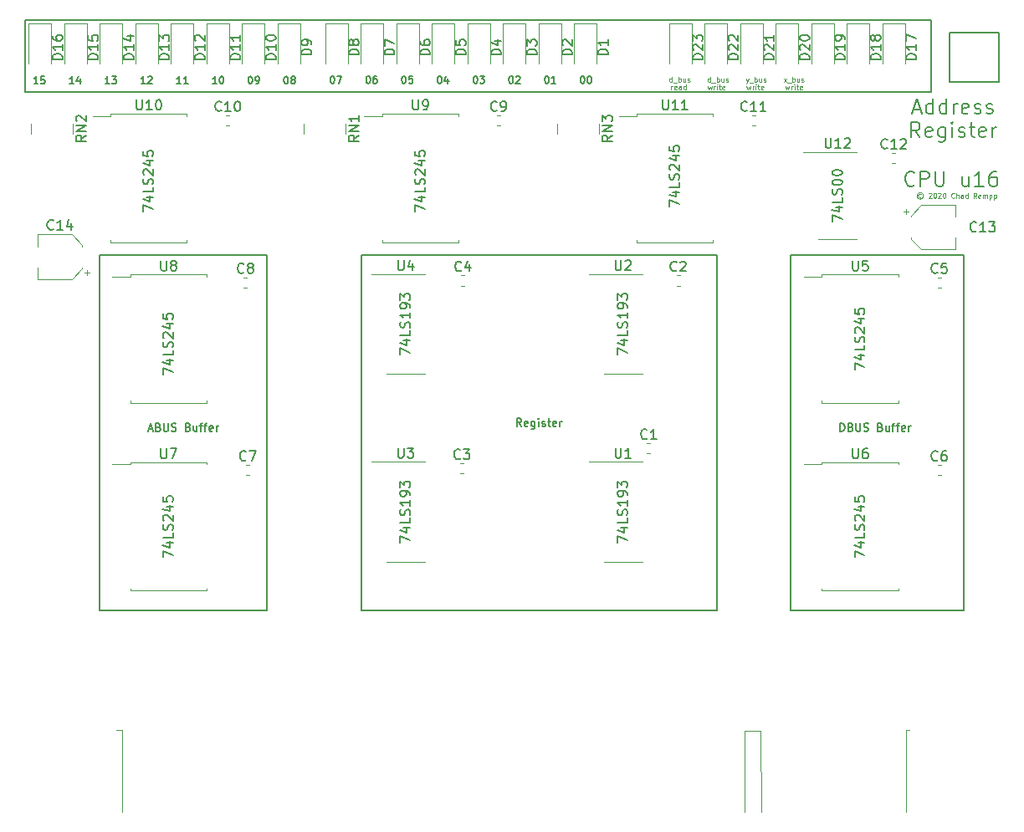
<source format=gbr>
G04 #@! TF.GenerationSoftware,KiCad,Pcbnew,(5.1.8)-1*
G04 #@! TF.CreationDate,2021-01-24T11:35:45-08:00*
G04 #@! TF.ProjectId,AddressRegisterModule,41646472-6573-4735-9265-676973746572,1.0*
G04 #@! TF.SameCoordinates,Original*
G04 #@! TF.FileFunction,Legend,Top*
G04 #@! TF.FilePolarity,Positive*
%FSLAX46Y46*%
G04 Gerber Fmt 4.6, Leading zero omitted, Abs format (unit mm)*
G04 Created by KiCad (PCBNEW (5.1.8)-1) date 2021-01-24 11:35:45*
%MOMM*%
%LPD*%
G01*
G04 APERTURE LIST*
%ADD10C,0.153000*%
%ADD11C,0.125000*%
%ADD12C,0.150000*%
%ADD13C,0.120000*%
G04 APERTURE END LIST*
D10*
X199976190Y-82861904D02*
X199976190Y-82061904D01*
X200166666Y-82061904D01*
X200280952Y-82100000D01*
X200357142Y-82176190D01*
X200395238Y-82252380D01*
X200433333Y-82404761D01*
X200433333Y-82519047D01*
X200395238Y-82671428D01*
X200357142Y-82747619D01*
X200280952Y-82823809D01*
X200166666Y-82861904D01*
X199976190Y-82861904D01*
X201042857Y-82442857D02*
X201157142Y-82480952D01*
X201195238Y-82519047D01*
X201233333Y-82595238D01*
X201233333Y-82709523D01*
X201195238Y-82785714D01*
X201157142Y-82823809D01*
X201080952Y-82861904D01*
X200776190Y-82861904D01*
X200776190Y-82061904D01*
X201042857Y-82061904D01*
X201119047Y-82100000D01*
X201157142Y-82138095D01*
X201195238Y-82214285D01*
X201195238Y-82290476D01*
X201157142Y-82366666D01*
X201119047Y-82404761D01*
X201042857Y-82442857D01*
X200776190Y-82442857D01*
X201576190Y-82061904D02*
X201576190Y-82709523D01*
X201614285Y-82785714D01*
X201652380Y-82823809D01*
X201728571Y-82861904D01*
X201880952Y-82861904D01*
X201957142Y-82823809D01*
X201995238Y-82785714D01*
X202033333Y-82709523D01*
X202033333Y-82061904D01*
X202376190Y-82823809D02*
X202490476Y-82861904D01*
X202680952Y-82861904D01*
X202757142Y-82823809D01*
X202795238Y-82785714D01*
X202833333Y-82709523D01*
X202833333Y-82633333D01*
X202795238Y-82557142D01*
X202757142Y-82519047D01*
X202680952Y-82480952D01*
X202528571Y-82442857D01*
X202452380Y-82404761D01*
X202414285Y-82366666D01*
X202376190Y-82290476D01*
X202376190Y-82214285D01*
X202414285Y-82138095D01*
X202452380Y-82100000D01*
X202528571Y-82061904D01*
X202719047Y-82061904D01*
X202833333Y-82100000D01*
X204052380Y-82442857D02*
X204166666Y-82480952D01*
X204204761Y-82519047D01*
X204242857Y-82595238D01*
X204242857Y-82709523D01*
X204204761Y-82785714D01*
X204166666Y-82823809D01*
X204090476Y-82861904D01*
X203785714Y-82861904D01*
X203785714Y-82061904D01*
X204052380Y-82061904D01*
X204128571Y-82100000D01*
X204166666Y-82138095D01*
X204204761Y-82214285D01*
X204204761Y-82290476D01*
X204166666Y-82366666D01*
X204128571Y-82404761D01*
X204052380Y-82442857D01*
X203785714Y-82442857D01*
X204928571Y-82328571D02*
X204928571Y-82861904D01*
X204585714Y-82328571D02*
X204585714Y-82747619D01*
X204623809Y-82823809D01*
X204700000Y-82861904D01*
X204814285Y-82861904D01*
X204890476Y-82823809D01*
X204928571Y-82785714D01*
X205195238Y-82328571D02*
X205500000Y-82328571D01*
X205309523Y-82861904D02*
X205309523Y-82176190D01*
X205347619Y-82100000D01*
X205423809Y-82061904D01*
X205500000Y-82061904D01*
X205652380Y-82328571D02*
X205957142Y-82328571D01*
X205766666Y-82861904D02*
X205766666Y-82176190D01*
X205804761Y-82100000D01*
X205880952Y-82061904D01*
X205957142Y-82061904D01*
X206528571Y-82823809D02*
X206452380Y-82861904D01*
X206300000Y-82861904D01*
X206223809Y-82823809D01*
X206185714Y-82747619D01*
X206185714Y-82442857D01*
X206223809Y-82366666D01*
X206300000Y-82328571D01*
X206452380Y-82328571D01*
X206528571Y-82366666D01*
X206566666Y-82442857D01*
X206566666Y-82519047D01*
X206185714Y-82595238D01*
X206909523Y-82861904D02*
X206909523Y-82328571D01*
X206909523Y-82480952D02*
X206947619Y-82404761D01*
X206985714Y-82366666D01*
X207061904Y-82328571D01*
X207138095Y-82328571D01*
X129995238Y-82633333D02*
X130376190Y-82633333D01*
X129919047Y-82861904D02*
X130185714Y-82061904D01*
X130452380Y-82861904D01*
X130985714Y-82442857D02*
X131100000Y-82480952D01*
X131138095Y-82519047D01*
X131176190Y-82595238D01*
X131176190Y-82709523D01*
X131138095Y-82785714D01*
X131100000Y-82823809D01*
X131023809Y-82861904D01*
X130719047Y-82861904D01*
X130719047Y-82061904D01*
X130985714Y-82061904D01*
X131061904Y-82100000D01*
X131100000Y-82138095D01*
X131138095Y-82214285D01*
X131138095Y-82290476D01*
X131100000Y-82366666D01*
X131061904Y-82404761D01*
X130985714Y-82442857D01*
X130719047Y-82442857D01*
X131519047Y-82061904D02*
X131519047Y-82709523D01*
X131557142Y-82785714D01*
X131595238Y-82823809D01*
X131671428Y-82861904D01*
X131823809Y-82861904D01*
X131900000Y-82823809D01*
X131938095Y-82785714D01*
X131976190Y-82709523D01*
X131976190Y-82061904D01*
X132319047Y-82823809D02*
X132433333Y-82861904D01*
X132623809Y-82861904D01*
X132700000Y-82823809D01*
X132738095Y-82785714D01*
X132776190Y-82709523D01*
X132776190Y-82633333D01*
X132738095Y-82557142D01*
X132700000Y-82519047D01*
X132623809Y-82480952D01*
X132471428Y-82442857D01*
X132395238Y-82404761D01*
X132357142Y-82366666D01*
X132319047Y-82290476D01*
X132319047Y-82214285D01*
X132357142Y-82138095D01*
X132395238Y-82100000D01*
X132471428Y-82061904D01*
X132661904Y-82061904D01*
X132776190Y-82100000D01*
X133995238Y-82442857D02*
X134109523Y-82480952D01*
X134147619Y-82519047D01*
X134185714Y-82595238D01*
X134185714Y-82709523D01*
X134147619Y-82785714D01*
X134109523Y-82823809D01*
X134033333Y-82861904D01*
X133728571Y-82861904D01*
X133728571Y-82061904D01*
X133995238Y-82061904D01*
X134071428Y-82100000D01*
X134109523Y-82138095D01*
X134147619Y-82214285D01*
X134147619Y-82290476D01*
X134109523Y-82366666D01*
X134071428Y-82404761D01*
X133995238Y-82442857D01*
X133728571Y-82442857D01*
X134871428Y-82328571D02*
X134871428Y-82861904D01*
X134528571Y-82328571D02*
X134528571Y-82747619D01*
X134566666Y-82823809D01*
X134642857Y-82861904D01*
X134757142Y-82861904D01*
X134833333Y-82823809D01*
X134871428Y-82785714D01*
X135138095Y-82328571D02*
X135442857Y-82328571D01*
X135252380Y-82861904D02*
X135252380Y-82176190D01*
X135290476Y-82100000D01*
X135366666Y-82061904D01*
X135442857Y-82061904D01*
X135595238Y-82328571D02*
X135900000Y-82328571D01*
X135709523Y-82861904D02*
X135709523Y-82176190D01*
X135747619Y-82100000D01*
X135823809Y-82061904D01*
X135900000Y-82061904D01*
X136471428Y-82823809D02*
X136395238Y-82861904D01*
X136242857Y-82861904D01*
X136166666Y-82823809D01*
X136128571Y-82747619D01*
X136128571Y-82442857D01*
X136166666Y-82366666D01*
X136242857Y-82328571D01*
X136395238Y-82328571D01*
X136471428Y-82366666D01*
X136509523Y-82442857D01*
X136509523Y-82519047D01*
X136128571Y-82595238D01*
X136852380Y-82861904D02*
X136852380Y-82328571D01*
X136852380Y-82480952D02*
X136890476Y-82404761D01*
X136928571Y-82366666D01*
X137004761Y-82328571D01*
X137080952Y-82328571D01*
X167709523Y-82361904D02*
X167442857Y-81980952D01*
X167252380Y-82361904D02*
X167252380Y-81561904D01*
X167557142Y-81561904D01*
X167633333Y-81600000D01*
X167671428Y-81638095D01*
X167709523Y-81714285D01*
X167709523Y-81828571D01*
X167671428Y-81904761D01*
X167633333Y-81942857D01*
X167557142Y-81980952D01*
X167252380Y-81980952D01*
X168357142Y-82323809D02*
X168280952Y-82361904D01*
X168128571Y-82361904D01*
X168052380Y-82323809D01*
X168014285Y-82247619D01*
X168014285Y-81942857D01*
X168052380Y-81866666D01*
X168128571Y-81828571D01*
X168280952Y-81828571D01*
X168357142Y-81866666D01*
X168395238Y-81942857D01*
X168395238Y-82019047D01*
X168014285Y-82095238D01*
X169080952Y-81828571D02*
X169080952Y-82476190D01*
X169042857Y-82552380D01*
X169004761Y-82590476D01*
X168928571Y-82628571D01*
X168814285Y-82628571D01*
X168738095Y-82590476D01*
X169080952Y-82323809D02*
X169004761Y-82361904D01*
X168852380Y-82361904D01*
X168776190Y-82323809D01*
X168738095Y-82285714D01*
X168700000Y-82209523D01*
X168700000Y-81980952D01*
X168738095Y-81904761D01*
X168776190Y-81866666D01*
X168852380Y-81828571D01*
X169004761Y-81828571D01*
X169080952Y-81866666D01*
X169461904Y-82361904D02*
X169461904Y-81828571D01*
X169461904Y-81561904D02*
X169423809Y-81600000D01*
X169461904Y-81638095D01*
X169500000Y-81600000D01*
X169461904Y-81561904D01*
X169461904Y-81638095D01*
X169804761Y-82323809D02*
X169880952Y-82361904D01*
X170033333Y-82361904D01*
X170109523Y-82323809D01*
X170147619Y-82247619D01*
X170147619Y-82209523D01*
X170109523Y-82133333D01*
X170033333Y-82095238D01*
X169919047Y-82095238D01*
X169842857Y-82057142D01*
X169804761Y-81980952D01*
X169804761Y-81942857D01*
X169842857Y-81866666D01*
X169919047Y-81828571D01*
X170033333Y-81828571D01*
X170109523Y-81866666D01*
X170376190Y-81828571D02*
X170680952Y-81828571D01*
X170490476Y-81561904D02*
X170490476Y-82247619D01*
X170528571Y-82323809D01*
X170604761Y-82361904D01*
X170680952Y-82361904D01*
X171252380Y-82323809D02*
X171176190Y-82361904D01*
X171023809Y-82361904D01*
X170947619Y-82323809D01*
X170909523Y-82247619D01*
X170909523Y-81942857D01*
X170947619Y-81866666D01*
X171023809Y-81828571D01*
X171176190Y-81828571D01*
X171252380Y-81866666D01*
X171290476Y-81942857D01*
X171290476Y-82019047D01*
X170909523Y-82095238D01*
X171633333Y-82361904D02*
X171633333Y-81828571D01*
X171633333Y-81980952D02*
X171671428Y-81904761D01*
X171709523Y-81866666D01*
X171785714Y-81828571D01*
X171861904Y-81828571D01*
X212500000Y-65000000D02*
X195000000Y-65000000D01*
X212500000Y-101000000D02*
X212500000Y-65000000D01*
X195000000Y-101000000D02*
X212500000Y-101000000D01*
X195000000Y-65000000D02*
X195000000Y-101000000D01*
X125000000Y-101000000D02*
X125000000Y-65000000D01*
X142000000Y-101000000D02*
X125000000Y-101000000D01*
X142000000Y-65000000D02*
X142000000Y-101000000D01*
X125000000Y-65000000D02*
X142000000Y-65000000D01*
X151500000Y-101000000D02*
X151500000Y-65000000D01*
X187500000Y-101000000D02*
X151500000Y-101000000D01*
X187500000Y-65000000D02*
X187500000Y-101000000D01*
X151500000Y-65000000D02*
X187500000Y-65000000D01*
X148564285Y-46900238D02*
X148633809Y-46900238D01*
X148703333Y-46935000D01*
X148738095Y-46969761D01*
X148772857Y-47039285D01*
X148807619Y-47178333D01*
X148807619Y-47352142D01*
X148772857Y-47491190D01*
X148738095Y-47560714D01*
X148703333Y-47595476D01*
X148633809Y-47630238D01*
X148564285Y-47630238D01*
X148494761Y-47595476D01*
X148460000Y-47560714D01*
X148425238Y-47491190D01*
X148390476Y-47352142D01*
X148390476Y-47178333D01*
X148425238Y-47039285D01*
X148460000Y-46969761D01*
X148494761Y-46935000D01*
X148564285Y-46900238D01*
X149050952Y-46900238D02*
X149537619Y-46900238D01*
X149224761Y-47630238D01*
X152179523Y-46900238D02*
X152249047Y-46900238D01*
X152318571Y-46935000D01*
X152353333Y-46969761D01*
X152388095Y-47039285D01*
X152422857Y-47178333D01*
X152422857Y-47352142D01*
X152388095Y-47491190D01*
X152353333Y-47560714D01*
X152318571Y-47595476D01*
X152249047Y-47630238D01*
X152179523Y-47630238D01*
X152110000Y-47595476D01*
X152075238Y-47560714D01*
X152040476Y-47491190D01*
X152005714Y-47352142D01*
X152005714Y-47178333D01*
X152040476Y-47039285D01*
X152075238Y-46969761D01*
X152110000Y-46935000D01*
X152179523Y-46900238D01*
X153048571Y-46900238D02*
X152909523Y-46900238D01*
X152840000Y-46935000D01*
X152805238Y-46969761D01*
X152735714Y-47074047D01*
X152700952Y-47213095D01*
X152700952Y-47491190D01*
X152735714Y-47560714D01*
X152770476Y-47595476D01*
X152840000Y-47630238D01*
X152979047Y-47630238D01*
X153048571Y-47595476D01*
X153083333Y-47560714D01*
X153118095Y-47491190D01*
X153118095Y-47317380D01*
X153083333Y-47247857D01*
X153048571Y-47213095D01*
X152979047Y-47178333D01*
X152840000Y-47178333D01*
X152770476Y-47213095D01*
X152735714Y-47247857D01*
X152700952Y-47317380D01*
X155794761Y-46900238D02*
X155864285Y-46900238D01*
X155933809Y-46935000D01*
X155968571Y-46969761D01*
X156003333Y-47039285D01*
X156038095Y-47178333D01*
X156038095Y-47352142D01*
X156003333Y-47491190D01*
X155968571Y-47560714D01*
X155933809Y-47595476D01*
X155864285Y-47630238D01*
X155794761Y-47630238D01*
X155725238Y-47595476D01*
X155690476Y-47560714D01*
X155655714Y-47491190D01*
X155620952Y-47352142D01*
X155620952Y-47178333D01*
X155655714Y-47039285D01*
X155690476Y-46969761D01*
X155725238Y-46935000D01*
X155794761Y-46900238D01*
X156698571Y-46900238D02*
X156350952Y-46900238D01*
X156316190Y-47247857D01*
X156350952Y-47213095D01*
X156420476Y-47178333D01*
X156594285Y-47178333D01*
X156663809Y-47213095D01*
X156698571Y-47247857D01*
X156733333Y-47317380D01*
X156733333Y-47491190D01*
X156698571Y-47560714D01*
X156663809Y-47595476D01*
X156594285Y-47630238D01*
X156420476Y-47630238D01*
X156350952Y-47595476D01*
X156316190Y-47560714D01*
X159410000Y-46900238D02*
X159479523Y-46900238D01*
X159549047Y-46935000D01*
X159583809Y-46969761D01*
X159618571Y-47039285D01*
X159653333Y-47178333D01*
X159653333Y-47352142D01*
X159618571Y-47491190D01*
X159583809Y-47560714D01*
X159549047Y-47595476D01*
X159479523Y-47630238D01*
X159410000Y-47630238D01*
X159340476Y-47595476D01*
X159305714Y-47560714D01*
X159270952Y-47491190D01*
X159236190Y-47352142D01*
X159236190Y-47178333D01*
X159270952Y-47039285D01*
X159305714Y-46969761D01*
X159340476Y-46935000D01*
X159410000Y-46900238D01*
X160279047Y-47143571D02*
X160279047Y-47630238D01*
X160105238Y-46865476D02*
X159931428Y-47386904D01*
X160383333Y-47386904D01*
X163025238Y-46900238D02*
X163094761Y-46900238D01*
X163164285Y-46935000D01*
X163199047Y-46969761D01*
X163233809Y-47039285D01*
X163268571Y-47178333D01*
X163268571Y-47352142D01*
X163233809Y-47491190D01*
X163199047Y-47560714D01*
X163164285Y-47595476D01*
X163094761Y-47630238D01*
X163025238Y-47630238D01*
X162955714Y-47595476D01*
X162920952Y-47560714D01*
X162886190Y-47491190D01*
X162851428Y-47352142D01*
X162851428Y-47178333D01*
X162886190Y-47039285D01*
X162920952Y-46969761D01*
X162955714Y-46935000D01*
X163025238Y-46900238D01*
X163511904Y-46900238D02*
X163963809Y-46900238D01*
X163720476Y-47178333D01*
X163824761Y-47178333D01*
X163894285Y-47213095D01*
X163929047Y-47247857D01*
X163963809Y-47317380D01*
X163963809Y-47491190D01*
X163929047Y-47560714D01*
X163894285Y-47595476D01*
X163824761Y-47630238D01*
X163616190Y-47630238D01*
X163546666Y-47595476D01*
X163511904Y-47560714D01*
X166640476Y-46900238D02*
X166710000Y-46900238D01*
X166779523Y-46935000D01*
X166814285Y-46969761D01*
X166849047Y-47039285D01*
X166883809Y-47178333D01*
X166883809Y-47352142D01*
X166849047Y-47491190D01*
X166814285Y-47560714D01*
X166779523Y-47595476D01*
X166710000Y-47630238D01*
X166640476Y-47630238D01*
X166570952Y-47595476D01*
X166536190Y-47560714D01*
X166501428Y-47491190D01*
X166466666Y-47352142D01*
X166466666Y-47178333D01*
X166501428Y-47039285D01*
X166536190Y-46969761D01*
X166570952Y-46935000D01*
X166640476Y-46900238D01*
X167161904Y-46969761D02*
X167196666Y-46935000D01*
X167266190Y-46900238D01*
X167440000Y-46900238D01*
X167509523Y-46935000D01*
X167544285Y-46969761D01*
X167579047Y-47039285D01*
X167579047Y-47108809D01*
X167544285Y-47213095D01*
X167127142Y-47630238D01*
X167579047Y-47630238D01*
X170255714Y-46900238D02*
X170325238Y-46900238D01*
X170394761Y-46935000D01*
X170429523Y-46969761D01*
X170464285Y-47039285D01*
X170499047Y-47178333D01*
X170499047Y-47352142D01*
X170464285Y-47491190D01*
X170429523Y-47560714D01*
X170394761Y-47595476D01*
X170325238Y-47630238D01*
X170255714Y-47630238D01*
X170186190Y-47595476D01*
X170151428Y-47560714D01*
X170116666Y-47491190D01*
X170081904Y-47352142D01*
X170081904Y-47178333D01*
X170116666Y-47039285D01*
X170151428Y-46969761D01*
X170186190Y-46935000D01*
X170255714Y-46900238D01*
X171194285Y-47630238D02*
X170777142Y-47630238D01*
X170985714Y-47630238D02*
X170985714Y-46900238D01*
X170916190Y-47004523D01*
X170846666Y-47074047D01*
X170777142Y-47108809D01*
X173870952Y-46900238D02*
X173940476Y-46900238D01*
X174010000Y-46935000D01*
X174044761Y-46969761D01*
X174079523Y-47039285D01*
X174114285Y-47178333D01*
X174114285Y-47352142D01*
X174079523Y-47491190D01*
X174044761Y-47560714D01*
X174010000Y-47595476D01*
X173940476Y-47630238D01*
X173870952Y-47630238D01*
X173801428Y-47595476D01*
X173766666Y-47560714D01*
X173731904Y-47491190D01*
X173697142Y-47352142D01*
X173697142Y-47178333D01*
X173731904Y-47039285D01*
X173766666Y-46969761D01*
X173801428Y-46935000D01*
X173870952Y-46900238D01*
X174566190Y-46900238D02*
X174635714Y-46900238D01*
X174705238Y-46935000D01*
X174740000Y-46969761D01*
X174774761Y-47039285D01*
X174809523Y-47178333D01*
X174809523Y-47352142D01*
X174774761Y-47491190D01*
X174740000Y-47560714D01*
X174705238Y-47595476D01*
X174635714Y-47630238D01*
X174566190Y-47630238D01*
X174496666Y-47595476D01*
X174461904Y-47560714D01*
X174427142Y-47491190D01*
X174392380Y-47352142D01*
X174392380Y-47178333D01*
X174427142Y-47039285D01*
X174461904Y-46969761D01*
X174496666Y-46935000D01*
X174566190Y-46900238D01*
X117500000Y-41250000D02*
X209200000Y-41250000D01*
X117500000Y-48500000D02*
X117500000Y-41250000D01*
X209200000Y-48500000D02*
X117500000Y-48500000D01*
X209200000Y-41250000D02*
X209200000Y-48500000D01*
D11*
X182887619Y-48239761D02*
X182887619Y-47886428D01*
X182887619Y-47987380D02*
X182912857Y-47936904D01*
X182938095Y-47911666D01*
X182988571Y-47886428D01*
X183039047Y-47886428D01*
X183417619Y-48214523D02*
X183367142Y-48239761D01*
X183266190Y-48239761D01*
X183215714Y-48214523D01*
X183190476Y-48164047D01*
X183190476Y-47962142D01*
X183215714Y-47911666D01*
X183266190Y-47886428D01*
X183367142Y-47886428D01*
X183417619Y-47911666D01*
X183442857Y-47962142D01*
X183442857Y-48012619D01*
X183190476Y-48063095D01*
X183897142Y-48239761D02*
X183897142Y-47962142D01*
X183871904Y-47911666D01*
X183821428Y-47886428D01*
X183720476Y-47886428D01*
X183670000Y-47911666D01*
X183897142Y-48214523D02*
X183846666Y-48239761D01*
X183720476Y-48239761D01*
X183670000Y-48214523D01*
X183644761Y-48164047D01*
X183644761Y-48113571D01*
X183670000Y-48063095D01*
X183720476Y-48037857D01*
X183846666Y-48037857D01*
X183897142Y-48012619D01*
X184376666Y-48239761D02*
X184376666Y-47709761D01*
X184376666Y-48214523D02*
X184326190Y-48239761D01*
X184225238Y-48239761D01*
X184174761Y-48214523D01*
X184149523Y-48189285D01*
X184124285Y-48138809D01*
X184124285Y-47987380D01*
X184149523Y-47936904D01*
X184174761Y-47911666D01*
X184225238Y-47886428D01*
X184326190Y-47886428D01*
X184376666Y-47911666D01*
X186597619Y-47886428D02*
X186698571Y-48239761D01*
X186799523Y-47987380D01*
X186900476Y-48239761D01*
X187001428Y-47886428D01*
X187203333Y-48239761D02*
X187203333Y-47886428D01*
X187203333Y-47987380D02*
X187228571Y-47936904D01*
X187253809Y-47911666D01*
X187304285Y-47886428D01*
X187354761Y-47886428D01*
X187531428Y-48239761D02*
X187531428Y-47886428D01*
X187531428Y-47709761D02*
X187506190Y-47735000D01*
X187531428Y-47760238D01*
X187556666Y-47735000D01*
X187531428Y-47709761D01*
X187531428Y-47760238D01*
X187708095Y-47886428D02*
X187910000Y-47886428D01*
X187783809Y-47709761D02*
X187783809Y-48164047D01*
X187809047Y-48214523D01*
X187859523Y-48239761D01*
X187910000Y-48239761D01*
X188288571Y-48214523D02*
X188238095Y-48239761D01*
X188137142Y-48239761D01*
X188086666Y-48214523D01*
X188061428Y-48164047D01*
X188061428Y-47962142D01*
X188086666Y-47911666D01*
X188137142Y-47886428D01*
X188238095Y-47886428D01*
X188288571Y-47911666D01*
X188313809Y-47962142D01*
X188313809Y-48012619D01*
X188061428Y-48063095D01*
X190509523Y-47886428D02*
X190610476Y-48239761D01*
X190711428Y-47987380D01*
X190812380Y-48239761D01*
X190913333Y-47886428D01*
X191115238Y-48239761D02*
X191115238Y-47886428D01*
X191115238Y-47987380D02*
X191140476Y-47936904D01*
X191165714Y-47911666D01*
X191216190Y-47886428D01*
X191266666Y-47886428D01*
X191443333Y-48239761D02*
X191443333Y-47886428D01*
X191443333Y-47709761D02*
X191418095Y-47735000D01*
X191443333Y-47760238D01*
X191468571Y-47735000D01*
X191443333Y-47709761D01*
X191443333Y-47760238D01*
X191620000Y-47886428D02*
X191821904Y-47886428D01*
X191695714Y-47709761D02*
X191695714Y-48164047D01*
X191720952Y-48214523D01*
X191771428Y-48239761D01*
X191821904Y-48239761D01*
X192200476Y-48214523D02*
X192150000Y-48239761D01*
X192049047Y-48239761D01*
X191998571Y-48214523D01*
X191973333Y-48164047D01*
X191973333Y-47962142D01*
X191998571Y-47911666D01*
X192049047Y-47886428D01*
X192150000Y-47886428D01*
X192200476Y-47911666D01*
X192225714Y-47962142D01*
X192225714Y-48012619D01*
X191973333Y-48063095D01*
X194421428Y-47886428D02*
X194522380Y-48239761D01*
X194623333Y-47987380D01*
X194724285Y-48239761D01*
X194825238Y-47886428D01*
X195027142Y-48239761D02*
X195027142Y-47886428D01*
X195027142Y-47987380D02*
X195052380Y-47936904D01*
X195077619Y-47911666D01*
X195128095Y-47886428D01*
X195178571Y-47886428D01*
X195355238Y-48239761D02*
X195355238Y-47886428D01*
X195355238Y-47709761D02*
X195330000Y-47735000D01*
X195355238Y-47760238D01*
X195380476Y-47735000D01*
X195355238Y-47709761D01*
X195355238Y-47760238D01*
X195531904Y-47886428D02*
X195733809Y-47886428D01*
X195607619Y-47709761D02*
X195607619Y-48164047D01*
X195632857Y-48214523D01*
X195683333Y-48239761D01*
X195733809Y-48239761D01*
X196112380Y-48214523D02*
X196061904Y-48239761D01*
X195960952Y-48239761D01*
X195910476Y-48214523D01*
X195885238Y-48164047D01*
X195885238Y-47962142D01*
X195910476Y-47911666D01*
X195960952Y-47886428D01*
X196061904Y-47886428D01*
X196112380Y-47911666D01*
X196137619Y-47962142D01*
X196137619Y-48012619D01*
X195885238Y-48063095D01*
X182950714Y-47489761D02*
X182950714Y-46959761D01*
X182950714Y-47464523D02*
X182900238Y-47489761D01*
X182799285Y-47489761D01*
X182748809Y-47464523D01*
X182723571Y-47439285D01*
X182698333Y-47388809D01*
X182698333Y-47237380D01*
X182723571Y-47186904D01*
X182748809Y-47161666D01*
X182799285Y-47136428D01*
X182900238Y-47136428D01*
X182950714Y-47161666D01*
X183076904Y-47540238D02*
X183480714Y-47540238D01*
X183606904Y-47489761D02*
X183606904Y-46959761D01*
X183606904Y-47161666D02*
X183657380Y-47136428D01*
X183758333Y-47136428D01*
X183808809Y-47161666D01*
X183834047Y-47186904D01*
X183859285Y-47237380D01*
X183859285Y-47388809D01*
X183834047Y-47439285D01*
X183808809Y-47464523D01*
X183758333Y-47489761D01*
X183657380Y-47489761D01*
X183606904Y-47464523D01*
X184313571Y-47136428D02*
X184313571Y-47489761D01*
X184086428Y-47136428D02*
X184086428Y-47414047D01*
X184111666Y-47464523D01*
X184162142Y-47489761D01*
X184237857Y-47489761D01*
X184288333Y-47464523D01*
X184313571Y-47439285D01*
X184540714Y-47464523D02*
X184591190Y-47489761D01*
X184692142Y-47489761D01*
X184742619Y-47464523D01*
X184767857Y-47414047D01*
X184767857Y-47388809D01*
X184742619Y-47338333D01*
X184692142Y-47313095D01*
X184616428Y-47313095D01*
X184565952Y-47287857D01*
X184540714Y-47237380D01*
X184540714Y-47212142D01*
X184565952Y-47161666D01*
X184616428Y-47136428D01*
X184692142Y-47136428D01*
X184742619Y-47161666D01*
X186837380Y-47489761D02*
X186837380Y-46959761D01*
X186837380Y-47464523D02*
X186786904Y-47489761D01*
X186685952Y-47489761D01*
X186635476Y-47464523D01*
X186610238Y-47439285D01*
X186585000Y-47388809D01*
X186585000Y-47237380D01*
X186610238Y-47186904D01*
X186635476Y-47161666D01*
X186685952Y-47136428D01*
X186786904Y-47136428D01*
X186837380Y-47161666D01*
X186963571Y-47540238D02*
X187367380Y-47540238D01*
X187493571Y-47489761D02*
X187493571Y-46959761D01*
X187493571Y-47161666D02*
X187544047Y-47136428D01*
X187645000Y-47136428D01*
X187695476Y-47161666D01*
X187720714Y-47186904D01*
X187745952Y-47237380D01*
X187745952Y-47388809D01*
X187720714Y-47439285D01*
X187695476Y-47464523D01*
X187645000Y-47489761D01*
X187544047Y-47489761D01*
X187493571Y-47464523D01*
X188200238Y-47136428D02*
X188200238Y-47489761D01*
X187973095Y-47136428D02*
X187973095Y-47414047D01*
X187998333Y-47464523D01*
X188048809Y-47489761D01*
X188124523Y-47489761D01*
X188175000Y-47464523D01*
X188200238Y-47439285D01*
X188427380Y-47464523D02*
X188477857Y-47489761D01*
X188578809Y-47489761D01*
X188629285Y-47464523D01*
X188654523Y-47414047D01*
X188654523Y-47388809D01*
X188629285Y-47338333D01*
X188578809Y-47313095D01*
X188503095Y-47313095D01*
X188452619Y-47287857D01*
X188427380Y-47237380D01*
X188427380Y-47212142D01*
X188452619Y-47161666D01*
X188503095Y-47136428D01*
X188578809Y-47136428D01*
X188629285Y-47161666D01*
X190446428Y-47136428D02*
X190572619Y-47489761D01*
X190698809Y-47136428D02*
X190572619Y-47489761D01*
X190522142Y-47615952D01*
X190496904Y-47641190D01*
X190446428Y-47666428D01*
X190774523Y-47540238D02*
X191178333Y-47540238D01*
X191304523Y-47489761D02*
X191304523Y-46959761D01*
X191304523Y-47161666D02*
X191355000Y-47136428D01*
X191455952Y-47136428D01*
X191506428Y-47161666D01*
X191531666Y-47186904D01*
X191556904Y-47237380D01*
X191556904Y-47388809D01*
X191531666Y-47439285D01*
X191506428Y-47464523D01*
X191455952Y-47489761D01*
X191355000Y-47489761D01*
X191304523Y-47464523D01*
X192011190Y-47136428D02*
X192011190Y-47489761D01*
X191784047Y-47136428D02*
X191784047Y-47414047D01*
X191809285Y-47464523D01*
X191859761Y-47489761D01*
X191935476Y-47489761D01*
X191985952Y-47464523D01*
X192011190Y-47439285D01*
X192238333Y-47464523D02*
X192288809Y-47489761D01*
X192389761Y-47489761D01*
X192440238Y-47464523D01*
X192465476Y-47414047D01*
X192465476Y-47388809D01*
X192440238Y-47338333D01*
X192389761Y-47313095D01*
X192314047Y-47313095D01*
X192263571Y-47287857D01*
X192238333Y-47237380D01*
X192238333Y-47212142D01*
X192263571Y-47161666D01*
X192314047Y-47136428D01*
X192389761Y-47136428D01*
X192440238Y-47161666D01*
X194257380Y-47489761D02*
X194535000Y-47136428D01*
X194257380Y-47136428D02*
X194535000Y-47489761D01*
X194610714Y-47540238D02*
X195014523Y-47540238D01*
X195140714Y-47489761D02*
X195140714Y-46959761D01*
X195140714Y-47161666D02*
X195191190Y-47136428D01*
X195292142Y-47136428D01*
X195342619Y-47161666D01*
X195367857Y-47186904D01*
X195393095Y-47237380D01*
X195393095Y-47388809D01*
X195367857Y-47439285D01*
X195342619Y-47464523D01*
X195292142Y-47489761D01*
X195191190Y-47489761D01*
X195140714Y-47464523D01*
X195847380Y-47136428D02*
X195847380Y-47489761D01*
X195620238Y-47136428D02*
X195620238Y-47414047D01*
X195645476Y-47464523D01*
X195695952Y-47489761D01*
X195771666Y-47489761D01*
X195822142Y-47464523D01*
X195847380Y-47439285D01*
X196074523Y-47464523D02*
X196125000Y-47489761D01*
X196225952Y-47489761D01*
X196276428Y-47464523D01*
X196301666Y-47414047D01*
X196301666Y-47388809D01*
X196276428Y-47338333D01*
X196225952Y-47313095D01*
X196150238Y-47313095D01*
X196099761Y-47287857D01*
X196074523Y-47237380D01*
X196074523Y-47212142D01*
X196099761Y-47161666D01*
X196150238Y-47136428D01*
X196225952Y-47136428D01*
X196276428Y-47161666D01*
D10*
X118807619Y-47670238D02*
X118390476Y-47670238D01*
X118599047Y-47670238D02*
X118599047Y-46940238D01*
X118529523Y-47044523D01*
X118460000Y-47114047D01*
X118390476Y-47148809D01*
X119468095Y-46940238D02*
X119120476Y-46940238D01*
X119085714Y-47287857D01*
X119120476Y-47253095D01*
X119190000Y-47218333D01*
X119363809Y-47218333D01*
X119433333Y-47253095D01*
X119468095Y-47287857D01*
X119502857Y-47357380D01*
X119502857Y-47531190D01*
X119468095Y-47600714D01*
X119433333Y-47635476D01*
X119363809Y-47670238D01*
X119190000Y-47670238D01*
X119120476Y-47635476D01*
X119085714Y-47600714D01*
X122422857Y-47670238D02*
X122005714Y-47670238D01*
X122214285Y-47670238D02*
X122214285Y-46940238D01*
X122144761Y-47044523D01*
X122075238Y-47114047D01*
X122005714Y-47148809D01*
X123048571Y-47183571D02*
X123048571Y-47670238D01*
X122874761Y-46905476D02*
X122700952Y-47426904D01*
X123152857Y-47426904D01*
X126038095Y-47670238D02*
X125620952Y-47670238D01*
X125829523Y-47670238D02*
X125829523Y-46940238D01*
X125760000Y-47044523D01*
X125690476Y-47114047D01*
X125620952Y-47148809D01*
X126281428Y-46940238D02*
X126733333Y-46940238D01*
X126490000Y-47218333D01*
X126594285Y-47218333D01*
X126663809Y-47253095D01*
X126698571Y-47287857D01*
X126733333Y-47357380D01*
X126733333Y-47531190D01*
X126698571Y-47600714D01*
X126663809Y-47635476D01*
X126594285Y-47670238D01*
X126385714Y-47670238D01*
X126316190Y-47635476D01*
X126281428Y-47600714D01*
X129653333Y-47670238D02*
X129236190Y-47670238D01*
X129444761Y-47670238D02*
X129444761Y-46940238D01*
X129375238Y-47044523D01*
X129305714Y-47114047D01*
X129236190Y-47148809D01*
X129931428Y-47009761D02*
X129966190Y-46975000D01*
X130035714Y-46940238D01*
X130209523Y-46940238D01*
X130279047Y-46975000D01*
X130313809Y-47009761D01*
X130348571Y-47079285D01*
X130348571Y-47148809D01*
X130313809Y-47253095D01*
X129896666Y-47670238D01*
X130348571Y-47670238D01*
X133268571Y-47670238D02*
X132851428Y-47670238D01*
X133059999Y-47670238D02*
X133059999Y-46940238D01*
X132990476Y-47044523D01*
X132920952Y-47114047D01*
X132851428Y-47148809D01*
X133963809Y-47670238D02*
X133546666Y-47670238D01*
X133755238Y-47670238D02*
X133755238Y-46940238D01*
X133685714Y-47044523D01*
X133616190Y-47114047D01*
X133546666Y-47148809D01*
X136883809Y-47670238D02*
X136466666Y-47670238D01*
X136675238Y-47670238D02*
X136675238Y-46940238D01*
X136605714Y-47044523D01*
X136536190Y-47114047D01*
X136466666Y-47148809D01*
X137335714Y-46940238D02*
X137405238Y-46940238D01*
X137474761Y-46975000D01*
X137509523Y-47009761D01*
X137544285Y-47079285D01*
X137579047Y-47218333D01*
X137579047Y-47392142D01*
X137544285Y-47531190D01*
X137509523Y-47600714D01*
X137474761Y-47635476D01*
X137405238Y-47670238D01*
X137335714Y-47670238D01*
X137266190Y-47635476D01*
X137231428Y-47600714D01*
X137196666Y-47531190D01*
X137161904Y-47392142D01*
X137161904Y-47218333D01*
X137196666Y-47079285D01*
X137231428Y-47009761D01*
X137266190Y-46975000D01*
X137335714Y-46940238D01*
X140255714Y-46940238D02*
X140325238Y-46940238D01*
X140394761Y-46975000D01*
X140429523Y-47009761D01*
X140464285Y-47079285D01*
X140499047Y-47218333D01*
X140499047Y-47392142D01*
X140464285Y-47531190D01*
X140429523Y-47600714D01*
X140394761Y-47635476D01*
X140325238Y-47670238D01*
X140255714Y-47670238D01*
X140186190Y-47635476D01*
X140151428Y-47600714D01*
X140116666Y-47531190D01*
X140081904Y-47392142D01*
X140081904Y-47218333D01*
X140116666Y-47079285D01*
X140151428Y-47009761D01*
X140186190Y-46975000D01*
X140255714Y-46940238D01*
X140846666Y-47670238D02*
X140985714Y-47670238D01*
X141055238Y-47635476D01*
X141090000Y-47600714D01*
X141159523Y-47496428D01*
X141194285Y-47357380D01*
X141194285Y-47079285D01*
X141159523Y-47009761D01*
X141124761Y-46975000D01*
X141055238Y-46940238D01*
X140916190Y-46940238D01*
X140846666Y-46975000D01*
X140811904Y-47009761D01*
X140777142Y-47079285D01*
X140777142Y-47253095D01*
X140811904Y-47322619D01*
X140846666Y-47357380D01*
X140916190Y-47392142D01*
X141055238Y-47392142D01*
X141124761Y-47357380D01*
X141159523Y-47322619D01*
X141194285Y-47253095D01*
X143870952Y-46940238D02*
X143940476Y-46940238D01*
X144010000Y-46975000D01*
X144044761Y-47009761D01*
X144079523Y-47079285D01*
X144114285Y-47218333D01*
X144114285Y-47392142D01*
X144079523Y-47531190D01*
X144044761Y-47600714D01*
X144010000Y-47635476D01*
X143940476Y-47670238D01*
X143870952Y-47670238D01*
X143801428Y-47635476D01*
X143766666Y-47600714D01*
X143731904Y-47531190D01*
X143697142Y-47392142D01*
X143697142Y-47218333D01*
X143731904Y-47079285D01*
X143766666Y-47009761D01*
X143801428Y-46975000D01*
X143870952Y-46940238D01*
X144531428Y-47253095D02*
X144461904Y-47218333D01*
X144427142Y-47183571D01*
X144392380Y-47114047D01*
X144392380Y-47079285D01*
X144427142Y-47009761D01*
X144461904Y-46975000D01*
X144531428Y-46940238D01*
X144670476Y-46940238D01*
X144740000Y-46975000D01*
X144774761Y-47009761D01*
X144809523Y-47079285D01*
X144809523Y-47114047D01*
X144774761Y-47183571D01*
X144740000Y-47218333D01*
X144670476Y-47253095D01*
X144531428Y-47253095D01*
X144461904Y-47287857D01*
X144427142Y-47322619D01*
X144392380Y-47392142D01*
X144392380Y-47531190D01*
X144427142Y-47600714D01*
X144461904Y-47635476D01*
X144531428Y-47670238D01*
X144670476Y-47670238D01*
X144740000Y-47635476D01*
X144774761Y-47600714D01*
X144809523Y-47531190D01*
X144809523Y-47392142D01*
X144774761Y-47322619D01*
X144740000Y-47287857D01*
X144670476Y-47253095D01*
D12*
X211050000Y-47500000D02*
X211050000Y-42491000D01*
X216050000Y-47500000D02*
X211050000Y-47500000D01*
X216050000Y-42491000D02*
X216050000Y-47500000D01*
X211050000Y-42491000D02*
X216050000Y-42491000D01*
X207364285Y-50250000D02*
X208078571Y-50250000D01*
X207221428Y-50678571D02*
X207721428Y-49178571D01*
X208221428Y-50678571D01*
X209364285Y-50678571D02*
X209364285Y-49178571D01*
X209364285Y-50607142D02*
X209221428Y-50678571D01*
X208935714Y-50678571D01*
X208792857Y-50607142D01*
X208721428Y-50535714D01*
X208650000Y-50392857D01*
X208650000Y-49964285D01*
X208721428Y-49821428D01*
X208792857Y-49750000D01*
X208935714Y-49678571D01*
X209221428Y-49678571D01*
X209364285Y-49750000D01*
X210721428Y-50678571D02*
X210721428Y-49178571D01*
X210721428Y-50607142D02*
X210578571Y-50678571D01*
X210292857Y-50678571D01*
X210150000Y-50607142D01*
X210078571Y-50535714D01*
X210007142Y-50392857D01*
X210007142Y-49964285D01*
X210078571Y-49821428D01*
X210150000Y-49750000D01*
X210292857Y-49678571D01*
X210578571Y-49678571D01*
X210721428Y-49750000D01*
X211435714Y-50678571D02*
X211435714Y-49678571D01*
X211435714Y-49964285D02*
X211507142Y-49821428D01*
X211578571Y-49750000D01*
X211721428Y-49678571D01*
X211864285Y-49678571D01*
X212935714Y-50607142D02*
X212792857Y-50678571D01*
X212507142Y-50678571D01*
X212364285Y-50607142D01*
X212292857Y-50464285D01*
X212292857Y-49892857D01*
X212364285Y-49750000D01*
X212507142Y-49678571D01*
X212792857Y-49678571D01*
X212935714Y-49750000D01*
X213007142Y-49892857D01*
X213007142Y-50035714D01*
X212292857Y-50178571D01*
X213578571Y-50607142D02*
X213721428Y-50678571D01*
X214007142Y-50678571D01*
X214150000Y-50607142D01*
X214221428Y-50464285D01*
X214221428Y-50392857D01*
X214150000Y-50250000D01*
X214007142Y-50178571D01*
X213792857Y-50178571D01*
X213650000Y-50107142D01*
X213578571Y-49964285D01*
X213578571Y-49892857D01*
X213650000Y-49750000D01*
X213792857Y-49678571D01*
X214007142Y-49678571D01*
X214150000Y-49750000D01*
X214792857Y-50607142D02*
X214935714Y-50678571D01*
X215221428Y-50678571D01*
X215364285Y-50607142D01*
X215435714Y-50464285D01*
X215435714Y-50392857D01*
X215364285Y-50250000D01*
X215221428Y-50178571D01*
X215007142Y-50178571D01*
X214864285Y-50107142D01*
X214792857Y-49964285D01*
X214792857Y-49892857D01*
X214864285Y-49750000D01*
X215007142Y-49678571D01*
X215221428Y-49678571D01*
X215364285Y-49750000D01*
X208042857Y-53078571D02*
X207542857Y-52364285D01*
X207185714Y-53078571D02*
X207185714Y-51578571D01*
X207757142Y-51578571D01*
X207900000Y-51650000D01*
X207971428Y-51721428D01*
X208042857Y-51864285D01*
X208042857Y-52078571D01*
X207971428Y-52221428D01*
X207900000Y-52292857D01*
X207757142Y-52364285D01*
X207185714Y-52364285D01*
X209257142Y-53007142D02*
X209114285Y-53078571D01*
X208828571Y-53078571D01*
X208685714Y-53007142D01*
X208614285Y-52864285D01*
X208614285Y-52292857D01*
X208685714Y-52150000D01*
X208828571Y-52078571D01*
X209114285Y-52078571D01*
X209257142Y-52150000D01*
X209328571Y-52292857D01*
X209328571Y-52435714D01*
X208614285Y-52578571D01*
X210614285Y-52078571D02*
X210614285Y-53292857D01*
X210542857Y-53435714D01*
X210471428Y-53507142D01*
X210328571Y-53578571D01*
X210114285Y-53578571D01*
X209971428Y-53507142D01*
X210614285Y-53007142D02*
X210471428Y-53078571D01*
X210185714Y-53078571D01*
X210042857Y-53007142D01*
X209971428Y-52935714D01*
X209900000Y-52792857D01*
X209900000Y-52364285D01*
X209971428Y-52221428D01*
X210042857Y-52150000D01*
X210185714Y-52078571D01*
X210471428Y-52078571D01*
X210614285Y-52150000D01*
X211328571Y-53078571D02*
X211328571Y-52078571D01*
X211328571Y-51578571D02*
X211257142Y-51650000D01*
X211328571Y-51721428D01*
X211400000Y-51650000D01*
X211328571Y-51578571D01*
X211328571Y-51721428D01*
X211971428Y-53007142D02*
X212114285Y-53078571D01*
X212400000Y-53078571D01*
X212542857Y-53007142D01*
X212614285Y-52864285D01*
X212614285Y-52792857D01*
X212542857Y-52650000D01*
X212400000Y-52578571D01*
X212185714Y-52578571D01*
X212042857Y-52507142D01*
X211971428Y-52364285D01*
X211971428Y-52292857D01*
X212042857Y-52150000D01*
X212185714Y-52078571D01*
X212400000Y-52078571D01*
X212542857Y-52150000D01*
X213042857Y-52078571D02*
X213614285Y-52078571D01*
X213257142Y-51578571D02*
X213257142Y-52864285D01*
X213328571Y-53007142D01*
X213471428Y-53078571D01*
X213614285Y-53078571D01*
X214685714Y-53007142D02*
X214542857Y-53078571D01*
X214257142Y-53078571D01*
X214114285Y-53007142D01*
X214042857Y-52864285D01*
X214042857Y-52292857D01*
X214114285Y-52150000D01*
X214257142Y-52078571D01*
X214542857Y-52078571D01*
X214685714Y-52150000D01*
X214757142Y-52292857D01*
X214757142Y-52435714D01*
X214042857Y-52578571D01*
X215400000Y-53078571D02*
X215400000Y-52078571D01*
X215400000Y-52364285D02*
X215471428Y-52221428D01*
X215542857Y-52150000D01*
X215685714Y-52078571D01*
X215828571Y-52078571D01*
D11*
X208136857Y-58845238D02*
X208089238Y-58821428D01*
X207994000Y-58821428D01*
X207946380Y-58845238D01*
X207898761Y-58892857D01*
X207874952Y-58940476D01*
X207874952Y-59035714D01*
X207898761Y-59083333D01*
X207946380Y-59130952D01*
X207994000Y-59154761D01*
X208089238Y-59154761D01*
X208136857Y-59130952D01*
X208041619Y-58654761D02*
X207922571Y-58678571D01*
X207803523Y-58750000D01*
X207732095Y-58869047D01*
X207708285Y-58988095D01*
X207732095Y-59107142D01*
X207803523Y-59226190D01*
X207922571Y-59297619D01*
X208041619Y-59321428D01*
X208160666Y-59297619D01*
X208279714Y-59226190D01*
X208351142Y-59107142D01*
X208374952Y-58988095D01*
X208351142Y-58869047D01*
X208279714Y-58750000D01*
X208160666Y-58678571D01*
X208041619Y-58654761D01*
X208946380Y-58773809D02*
X208970190Y-58750000D01*
X209017809Y-58726190D01*
X209136857Y-58726190D01*
X209184476Y-58750000D01*
X209208285Y-58773809D01*
X209232095Y-58821428D01*
X209232095Y-58869047D01*
X209208285Y-58940476D01*
X208922571Y-59226190D01*
X209232095Y-59226190D01*
X209541619Y-58726190D02*
X209589238Y-58726190D01*
X209636857Y-58750000D01*
X209660666Y-58773809D01*
X209684476Y-58821428D01*
X209708285Y-58916666D01*
X209708285Y-59035714D01*
X209684476Y-59130952D01*
X209660666Y-59178571D01*
X209636857Y-59202380D01*
X209589238Y-59226190D01*
X209541619Y-59226190D01*
X209494000Y-59202380D01*
X209470190Y-59178571D01*
X209446380Y-59130952D01*
X209422571Y-59035714D01*
X209422571Y-58916666D01*
X209446380Y-58821428D01*
X209470190Y-58773809D01*
X209494000Y-58750000D01*
X209541619Y-58726190D01*
X209898761Y-58773809D02*
X209922571Y-58750000D01*
X209970190Y-58726190D01*
X210089238Y-58726190D01*
X210136857Y-58750000D01*
X210160666Y-58773809D01*
X210184476Y-58821428D01*
X210184476Y-58869047D01*
X210160666Y-58940476D01*
X209874952Y-59226190D01*
X210184476Y-59226190D01*
X210494000Y-58726190D02*
X210541619Y-58726190D01*
X210589238Y-58750000D01*
X210613047Y-58773809D01*
X210636857Y-58821428D01*
X210660666Y-58916666D01*
X210660666Y-59035714D01*
X210636857Y-59130952D01*
X210613047Y-59178571D01*
X210589238Y-59202380D01*
X210541619Y-59226190D01*
X210494000Y-59226190D01*
X210446380Y-59202380D01*
X210422571Y-59178571D01*
X210398761Y-59130952D01*
X210374952Y-59035714D01*
X210374952Y-58916666D01*
X210398761Y-58821428D01*
X210422571Y-58773809D01*
X210446380Y-58750000D01*
X210494000Y-58726190D01*
X211541619Y-59178571D02*
X211517809Y-59202380D01*
X211446380Y-59226190D01*
X211398761Y-59226190D01*
X211327333Y-59202380D01*
X211279714Y-59154761D01*
X211255904Y-59107142D01*
X211232095Y-59011904D01*
X211232095Y-58940476D01*
X211255904Y-58845238D01*
X211279714Y-58797619D01*
X211327333Y-58750000D01*
X211398761Y-58726190D01*
X211446380Y-58726190D01*
X211517809Y-58750000D01*
X211541619Y-58773809D01*
X211755904Y-59226190D02*
X211755904Y-58726190D01*
X211970190Y-59226190D02*
X211970190Y-58964285D01*
X211946380Y-58916666D01*
X211898761Y-58892857D01*
X211827333Y-58892857D01*
X211779714Y-58916666D01*
X211755904Y-58940476D01*
X212422571Y-59226190D02*
X212422571Y-58964285D01*
X212398761Y-58916666D01*
X212351142Y-58892857D01*
X212255904Y-58892857D01*
X212208285Y-58916666D01*
X212422571Y-59202380D02*
X212374952Y-59226190D01*
X212255904Y-59226190D01*
X212208285Y-59202380D01*
X212184476Y-59154761D01*
X212184476Y-59107142D01*
X212208285Y-59059523D01*
X212255904Y-59035714D01*
X212374952Y-59035714D01*
X212422571Y-59011904D01*
X212874952Y-59226190D02*
X212874952Y-58726190D01*
X212874952Y-59202380D02*
X212827333Y-59226190D01*
X212732095Y-59226190D01*
X212684476Y-59202380D01*
X212660666Y-59178571D01*
X212636857Y-59130952D01*
X212636857Y-58988095D01*
X212660666Y-58940476D01*
X212684476Y-58916666D01*
X212732095Y-58892857D01*
X212827333Y-58892857D01*
X212874952Y-58916666D01*
X213779714Y-59226190D02*
X213613047Y-58988095D01*
X213494000Y-59226190D02*
X213494000Y-58726190D01*
X213684476Y-58726190D01*
X213732095Y-58750000D01*
X213755904Y-58773809D01*
X213779714Y-58821428D01*
X213779714Y-58892857D01*
X213755904Y-58940476D01*
X213732095Y-58964285D01*
X213684476Y-58988095D01*
X213494000Y-58988095D01*
X214184476Y-59202380D02*
X214136857Y-59226190D01*
X214041619Y-59226190D01*
X213994000Y-59202380D01*
X213970190Y-59154761D01*
X213970190Y-58964285D01*
X213994000Y-58916666D01*
X214041619Y-58892857D01*
X214136857Y-58892857D01*
X214184476Y-58916666D01*
X214208285Y-58964285D01*
X214208285Y-59011904D01*
X213970190Y-59059523D01*
X214422571Y-59226190D02*
X214422571Y-58892857D01*
X214422571Y-58940476D02*
X214446380Y-58916666D01*
X214494000Y-58892857D01*
X214565428Y-58892857D01*
X214613047Y-58916666D01*
X214636857Y-58964285D01*
X214636857Y-59226190D01*
X214636857Y-58964285D02*
X214660666Y-58916666D01*
X214708285Y-58892857D01*
X214779714Y-58892857D01*
X214827333Y-58916666D01*
X214851142Y-58964285D01*
X214851142Y-59226190D01*
X215089238Y-58892857D02*
X215089238Y-59392857D01*
X215089238Y-58916666D02*
X215136857Y-58892857D01*
X215232095Y-58892857D01*
X215279714Y-58916666D01*
X215303523Y-58940476D01*
X215327333Y-58988095D01*
X215327333Y-59130952D01*
X215303523Y-59178571D01*
X215279714Y-59202380D01*
X215232095Y-59226190D01*
X215136857Y-59226190D01*
X215089238Y-59202380D01*
X215541619Y-58892857D02*
X215541619Y-59392857D01*
X215541619Y-58916666D02*
X215589238Y-58892857D01*
X215684476Y-58892857D01*
X215732095Y-58916666D01*
X215755904Y-58940476D01*
X215779714Y-58988095D01*
X215779714Y-59130952D01*
X215755904Y-59178571D01*
X215732095Y-59202380D01*
X215684476Y-59226190D01*
X215589238Y-59226190D01*
X215541619Y-59202380D01*
D12*
X207486000Y-57896714D02*
X207414571Y-57968142D01*
X207200285Y-58039571D01*
X207057428Y-58039571D01*
X206843142Y-57968142D01*
X206700285Y-57825285D01*
X206628857Y-57682428D01*
X206557428Y-57396714D01*
X206557428Y-57182428D01*
X206628857Y-56896714D01*
X206700285Y-56753857D01*
X206843142Y-56611000D01*
X207057428Y-56539571D01*
X207200285Y-56539571D01*
X207414571Y-56611000D01*
X207486000Y-56682428D01*
X208128857Y-58039571D02*
X208128857Y-56539571D01*
X208700285Y-56539571D01*
X208843142Y-56611000D01*
X208914571Y-56682428D01*
X208986000Y-56825285D01*
X208986000Y-57039571D01*
X208914571Y-57182428D01*
X208843142Y-57253857D01*
X208700285Y-57325285D01*
X208128857Y-57325285D01*
X209628857Y-56539571D02*
X209628857Y-57753857D01*
X209700285Y-57896714D01*
X209771714Y-57968142D01*
X209914571Y-58039571D01*
X210200285Y-58039571D01*
X210343142Y-57968142D01*
X210414571Y-57896714D01*
X210486000Y-57753857D01*
X210486000Y-56539571D01*
X212986000Y-57039571D02*
X212986000Y-58039571D01*
X212343142Y-57039571D02*
X212343142Y-57825285D01*
X212414571Y-57968142D01*
X212557428Y-58039571D01*
X212771714Y-58039571D01*
X212914571Y-57968142D01*
X212986000Y-57896714D01*
X214486000Y-58039571D02*
X213628857Y-58039571D01*
X214057428Y-58039571D02*
X214057428Y-56539571D01*
X213914571Y-56753857D01*
X213771714Y-56896714D01*
X213628857Y-56968142D01*
X215771714Y-56539571D02*
X215486000Y-56539571D01*
X215343142Y-56611000D01*
X215271714Y-56682428D01*
X215128857Y-56896714D01*
X215057428Y-57182428D01*
X215057428Y-57753857D01*
X215128857Y-57896714D01*
X215200285Y-57968142D01*
X215343142Y-58039571D01*
X215628857Y-58039571D01*
X215771714Y-57968142D01*
X215843142Y-57896714D01*
X215914571Y-57753857D01*
X215914571Y-57396714D01*
X215843142Y-57253857D01*
X215771714Y-57182428D01*
X215628857Y-57111000D01*
X215343142Y-57111000D01*
X215200285Y-57182428D01*
X215128857Y-57253857D01*
X215057428Y-57396714D01*
D13*
X128140000Y-86225000D02*
X126325000Y-86225000D01*
X128140000Y-85990000D02*
X128140000Y-86225000D01*
X132000000Y-85990000D02*
X128140000Y-85990000D01*
X135860000Y-85990000D02*
X135860000Y-86225000D01*
X132000000Y-85990000D02*
X135860000Y-85990000D01*
X128140000Y-99010000D02*
X128140000Y-98775000D01*
X132000000Y-99010000D02*
X128140000Y-99010000D01*
X135860000Y-99010000D02*
X135860000Y-98775000D01*
X132000000Y-99010000D02*
X135860000Y-99010000D01*
X202000000Y-80010000D02*
X205860000Y-80010000D01*
X205860000Y-80010000D02*
X205860000Y-79775000D01*
X202000000Y-80010000D02*
X198140000Y-80010000D01*
X198140000Y-80010000D02*
X198140000Y-79775000D01*
X202000000Y-66990000D02*
X205860000Y-66990000D01*
X205860000Y-66990000D02*
X205860000Y-67225000D01*
X202000000Y-66990000D02*
X198140000Y-66990000D01*
X198140000Y-66990000D02*
X198140000Y-67225000D01*
X198140000Y-67225000D02*
X196325000Y-67225000D01*
X156000000Y-66940000D02*
X152550000Y-66940000D01*
X156000000Y-66940000D02*
X157950000Y-66940000D01*
X156000000Y-77060000D02*
X154050000Y-77060000D01*
X156000000Y-77060000D02*
X157950000Y-77060000D01*
X128665000Y-41540000D02*
X128665000Y-45600000D01*
X130935000Y-41540000D02*
X128665000Y-41540000D01*
X130935000Y-45600000D02*
X130935000Y-41540000D01*
X180771267Y-84090000D02*
X180428733Y-84090000D01*
X180771267Y-85110000D02*
X180428733Y-85110000D01*
X183771267Y-68110000D02*
X183428733Y-68110000D01*
X183771267Y-67090000D02*
X183428733Y-67090000D01*
X161871267Y-86090000D02*
X161528733Y-86090000D01*
X161871267Y-87110000D02*
X161528733Y-87110000D01*
X161971267Y-68110000D02*
X161628733Y-68110000D01*
X161971267Y-67090000D02*
X161628733Y-67090000D01*
X210171267Y-67290000D02*
X209828733Y-67290000D01*
X210171267Y-68310000D02*
X209828733Y-68310000D01*
X210171267Y-86290000D02*
X209828733Y-86290000D01*
X210171267Y-87310000D02*
X209828733Y-87310000D01*
X140171267Y-87310000D02*
X139828733Y-87310000D01*
X140171267Y-86290000D02*
X139828733Y-86290000D01*
X139971267Y-67290000D02*
X139628733Y-67290000D01*
X139971267Y-68310000D02*
X139628733Y-68310000D01*
X165571267Y-51935000D02*
X165228733Y-51935000D01*
X165571267Y-50915000D02*
X165228733Y-50915000D01*
X138171267Y-51910000D02*
X137828733Y-51910000D01*
X138171267Y-50890000D02*
X137828733Y-50890000D01*
X191371267Y-51910000D02*
X191028733Y-51910000D01*
X191371267Y-50890000D02*
X191028733Y-50890000D01*
X205571267Y-54690000D02*
X205228733Y-54690000D01*
X205571267Y-55710000D02*
X205228733Y-55710000D01*
X175335000Y-45600000D02*
X175335000Y-41540000D01*
X175335000Y-41540000D02*
X173065000Y-41540000D01*
X173065000Y-41540000D02*
X173065000Y-45600000D01*
X169465000Y-41540000D02*
X169465000Y-45600000D01*
X171735000Y-41540000D02*
X169465000Y-41540000D01*
X171735000Y-45600000D02*
X171735000Y-41540000D01*
X168135000Y-45600000D02*
X168135000Y-41540000D01*
X168135000Y-41540000D02*
X165865000Y-41540000D01*
X165865000Y-41540000D02*
X165865000Y-45600000D01*
X162265000Y-41540000D02*
X162265000Y-45600000D01*
X164535000Y-41540000D02*
X162265000Y-41540000D01*
X164535000Y-45600000D02*
X164535000Y-41540000D01*
X160935000Y-45600000D02*
X160935000Y-41540000D01*
X160935000Y-41540000D02*
X158665000Y-41540000D01*
X158665000Y-41540000D02*
X158665000Y-45600000D01*
X155065000Y-41540000D02*
X155065000Y-45600000D01*
X157335000Y-41540000D02*
X155065000Y-41540000D01*
X157335000Y-45600000D02*
X157335000Y-41540000D01*
X153735000Y-45600000D02*
X153735000Y-41540000D01*
X153735000Y-41540000D02*
X151465000Y-41540000D01*
X151465000Y-41540000D02*
X151465000Y-45600000D01*
X147865000Y-41540000D02*
X147865000Y-45600000D01*
X150135000Y-41540000D02*
X147865000Y-41540000D01*
X150135000Y-45600000D02*
X150135000Y-41540000D01*
X145335000Y-45600000D02*
X145335000Y-41540000D01*
X145335000Y-41540000D02*
X143065000Y-41540000D01*
X143065000Y-41540000D02*
X143065000Y-45600000D01*
X139465000Y-41540000D02*
X139465000Y-45600000D01*
X141735000Y-41540000D02*
X139465000Y-41540000D01*
X141735000Y-45600000D02*
X141735000Y-41540000D01*
X138135000Y-45600000D02*
X138135000Y-41540000D01*
X138135000Y-41540000D02*
X135865000Y-41540000D01*
X135865000Y-41540000D02*
X135865000Y-45600000D01*
X134535000Y-45600000D02*
X134535000Y-41540000D01*
X134535000Y-41540000D02*
X132265000Y-41540000D01*
X132265000Y-41540000D02*
X132265000Y-45600000D01*
X125065000Y-41540000D02*
X125065000Y-45600000D01*
X127335000Y-41540000D02*
X125065000Y-41540000D01*
X127335000Y-45600000D02*
X127335000Y-41540000D01*
X123735000Y-45600000D02*
X123735000Y-41540000D01*
X123735000Y-41540000D02*
X121465000Y-41540000D01*
X121465000Y-41540000D02*
X121465000Y-45600000D01*
X117865000Y-41540000D02*
X117865000Y-45600000D01*
X120135000Y-41540000D02*
X117865000Y-41540000D01*
X120135000Y-45600000D02*
X120135000Y-41540000D01*
X206535000Y-45600000D02*
X206535000Y-41540000D01*
X206535000Y-41540000D02*
X204265000Y-41540000D01*
X204265000Y-41540000D02*
X204265000Y-45600000D01*
X200665000Y-41540000D02*
X200665000Y-45600000D01*
X202935000Y-41540000D02*
X200665000Y-41540000D01*
X202935000Y-45600000D02*
X202935000Y-41540000D01*
X199335000Y-45600000D02*
X199335000Y-41540000D01*
X199335000Y-41540000D02*
X197065000Y-41540000D01*
X197065000Y-41540000D02*
X197065000Y-45600000D01*
X193465000Y-41540000D02*
X193465000Y-45600000D01*
X195735000Y-41540000D02*
X193465000Y-41540000D01*
X195735000Y-45600000D02*
X195735000Y-41540000D01*
X192135000Y-45600000D02*
X192135000Y-41540000D01*
X192135000Y-41540000D02*
X189865000Y-41540000D01*
X189865000Y-41540000D02*
X189865000Y-45600000D01*
X186265000Y-41540000D02*
X186265000Y-45600000D01*
X188535000Y-41540000D02*
X186265000Y-41540000D01*
X188535000Y-45600000D02*
X188535000Y-41540000D01*
X182665000Y-41540000D02*
X182665000Y-45600000D01*
X184935000Y-41540000D02*
X182665000Y-41540000D01*
X184935000Y-45600000D02*
X184935000Y-41540000D01*
X127330000Y-113120000D02*
X127280000Y-121370000D01*
X126730000Y-113120000D02*
X127330000Y-113120000D01*
X191930000Y-113170000D02*
X191980000Y-121370000D01*
X190280000Y-113170000D02*
X191930000Y-113170000D01*
X190280000Y-121370000D02*
X190280000Y-113170000D01*
X206680000Y-113120000D02*
X206980000Y-113120000D01*
X206680000Y-121370000D02*
X206680000Y-113120000D01*
X149920000Y-52700000D02*
X149920000Y-51700000D01*
X145680000Y-52700000D02*
X145680000Y-51700000D01*
X118080000Y-52700000D02*
X118080000Y-51700000D01*
X122320000Y-52700000D02*
X122320000Y-51700000D01*
X175570000Y-52700000D02*
X175570000Y-51700000D01*
X171330000Y-52700000D02*
X171330000Y-51700000D01*
X178000000Y-96060000D02*
X179950000Y-96060000D01*
X178000000Y-96060000D02*
X176050000Y-96060000D01*
X178000000Y-85940000D02*
X179950000Y-85940000D01*
X178000000Y-85940000D02*
X174550000Y-85940000D01*
X178000000Y-77060000D02*
X179950000Y-77060000D01*
X178000000Y-77060000D02*
X176050000Y-77060000D01*
X178000000Y-66940000D02*
X179950000Y-66940000D01*
X178000000Y-66940000D02*
X174550000Y-66940000D01*
X156000000Y-85940000D02*
X152550000Y-85940000D01*
X156000000Y-85940000D02*
X157950000Y-85940000D01*
X156000000Y-96060000D02*
X154050000Y-96060000D01*
X156000000Y-96060000D02*
X157950000Y-96060000D01*
X198140000Y-86225000D02*
X196325000Y-86225000D01*
X198140000Y-85990000D02*
X198140000Y-86225000D01*
X202000000Y-85990000D02*
X198140000Y-85990000D01*
X205860000Y-85990000D02*
X205860000Y-86225000D01*
X202000000Y-85990000D02*
X205860000Y-85990000D01*
X198140000Y-99010000D02*
X198140000Y-98775000D01*
X202000000Y-99010000D02*
X198140000Y-99010000D01*
X205860000Y-99010000D02*
X205860000Y-98775000D01*
X202000000Y-99010000D02*
X205860000Y-99010000D01*
X132000000Y-80010000D02*
X135860000Y-80010000D01*
X135860000Y-80010000D02*
X135860000Y-79775000D01*
X132000000Y-80010000D02*
X128140000Y-80010000D01*
X128140000Y-80010000D02*
X128140000Y-79775000D01*
X132000000Y-66990000D02*
X135860000Y-66990000D01*
X135860000Y-66990000D02*
X135860000Y-67225000D01*
X132000000Y-66990000D02*
X128140000Y-66990000D01*
X128140000Y-66990000D02*
X128140000Y-67225000D01*
X128140000Y-67225000D02*
X126325000Y-67225000D01*
X157500000Y-63710000D02*
X161360000Y-63710000D01*
X161360000Y-63710000D02*
X161360000Y-63475000D01*
X157500000Y-63710000D02*
X153640000Y-63710000D01*
X153640000Y-63710000D02*
X153640000Y-63475000D01*
X157500000Y-50690000D02*
X161360000Y-50690000D01*
X161360000Y-50690000D02*
X161360000Y-50925000D01*
X157500000Y-50690000D02*
X153640000Y-50690000D01*
X153640000Y-50690000D02*
X153640000Y-50925000D01*
X153640000Y-50925000D02*
X151825000Y-50925000D01*
X126140000Y-50925000D02*
X124325000Y-50925000D01*
X126140000Y-50690000D02*
X126140000Y-50925000D01*
X130000000Y-50690000D02*
X126140000Y-50690000D01*
X133860000Y-50690000D02*
X133860000Y-50925000D01*
X130000000Y-50690000D02*
X133860000Y-50690000D01*
X126140000Y-63710000D02*
X126140000Y-63475000D01*
X130000000Y-63710000D02*
X126140000Y-63710000D01*
X133860000Y-63710000D02*
X133860000Y-63475000D01*
X130000000Y-63710000D02*
X133860000Y-63710000D01*
X179390000Y-50925000D02*
X177575000Y-50925000D01*
X179390000Y-50690000D02*
X179390000Y-50925000D01*
X183250000Y-50690000D02*
X179390000Y-50690000D01*
X187110000Y-50690000D02*
X187110000Y-50925000D01*
X183250000Y-50690000D02*
X187110000Y-50690000D01*
X179390000Y-63710000D02*
X179390000Y-63475000D01*
X183250000Y-63710000D02*
X179390000Y-63710000D01*
X187110000Y-63710000D02*
X187110000Y-63475000D01*
X183250000Y-63710000D02*
X187110000Y-63710000D01*
X199725000Y-54565000D02*
X196275000Y-54565000D01*
X199725000Y-54565000D02*
X201675000Y-54565000D01*
X199725000Y-63435000D02*
X197775000Y-63435000D01*
X199725000Y-63435000D02*
X201675000Y-63435000D01*
X206650000Y-60390000D02*
X206650000Y-60890000D01*
X206400000Y-60640000D02*
X206900000Y-60640000D01*
X207140000Y-63395563D02*
X208204437Y-64460000D01*
X207140000Y-61004437D02*
X208204437Y-59940000D01*
X207140000Y-61004437D02*
X207140000Y-61140000D01*
X207140000Y-63395563D02*
X207140000Y-63260000D01*
X208204437Y-64460000D02*
X211660000Y-64460000D01*
X208204437Y-59940000D02*
X211660000Y-59940000D01*
X211660000Y-59940000D02*
X211660000Y-61140000D01*
X211660000Y-64460000D02*
X211660000Y-63260000D01*
X118740000Y-62940000D02*
X118740000Y-64140000D01*
X118740000Y-67460000D02*
X118740000Y-66260000D01*
X122195563Y-67460000D02*
X118740000Y-67460000D01*
X122195563Y-62940000D02*
X118740000Y-62940000D01*
X123260000Y-64004437D02*
X123260000Y-64140000D01*
X123260000Y-66395563D02*
X123260000Y-66260000D01*
X123260000Y-66395563D02*
X122195563Y-67460000D01*
X123260000Y-64004437D02*
X122195563Y-62940000D01*
X124000000Y-66760000D02*
X123500000Y-66760000D01*
X123750000Y-67010000D02*
X123750000Y-66510000D01*
D12*
X131238095Y-84602380D02*
X131238095Y-85411904D01*
X131285714Y-85507142D01*
X131333333Y-85554761D01*
X131428571Y-85602380D01*
X131619047Y-85602380D01*
X131714285Y-85554761D01*
X131761904Y-85507142D01*
X131809523Y-85411904D01*
X131809523Y-84602380D01*
X132190476Y-84602380D02*
X132857142Y-84602380D01*
X132428571Y-85602380D01*
X131452380Y-95619047D02*
X131452380Y-94952380D01*
X132452380Y-95380952D01*
X131785714Y-94142857D02*
X132452380Y-94142857D01*
X131404761Y-94380952D02*
X132119047Y-94619047D01*
X132119047Y-94000000D01*
X132452380Y-93142857D02*
X132452380Y-93619047D01*
X131452380Y-93619047D01*
X132404761Y-92857142D02*
X132452380Y-92714285D01*
X132452380Y-92476190D01*
X132404761Y-92380952D01*
X132357142Y-92333333D01*
X132261904Y-92285714D01*
X132166666Y-92285714D01*
X132071428Y-92333333D01*
X132023809Y-92380952D01*
X131976190Y-92476190D01*
X131928571Y-92666666D01*
X131880952Y-92761904D01*
X131833333Y-92809523D01*
X131738095Y-92857142D01*
X131642857Y-92857142D01*
X131547619Y-92809523D01*
X131500000Y-92761904D01*
X131452380Y-92666666D01*
X131452380Y-92428571D01*
X131500000Y-92285714D01*
X131547619Y-91904761D02*
X131500000Y-91857142D01*
X131452380Y-91761904D01*
X131452380Y-91523809D01*
X131500000Y-91428571D01*
X131547619Y-91380952D01*
X131642857Y-91333333D01*
X131738095Y-91333333D01*
X131880952Y-91380952D01*
X132452380Y-91952380D01*
X132452380Y-91333333D01*
X131785714Y-90476190D02*
X132452380Y-90476190D01*
X131404761Y-90714285D02*
X132119047Y-90952380D01*
X132119047Y-90333333D01*
X131452380Y-89476190D02*
X131452380Y-89952380D01*
X131928571Y-90000000D01*
X131880952Y-89952380D01*
X131833333Y-89857142D01*
X131833333Y-89619047D01*
X131880952Y-89523809D01*
X131928571Y-89476190D01*
X132023809Y-89428571D01*
X132261904Y-89428571D01*
X132357142Y-89476190D01*
X132404761Y-89523809D01*
X132452380Y-89619047D01*
X132452380Y-89857142D01*
X132404761Y-89952380D01*
X132357142Y-90000000D01*
X201238095Y-65602380D02*
X201238095Y-66411904D01*
X201285714Y-66507142D01*
X201333333Y-66554761D01*
X201428571Y-66602380D01*
X201619047Y-66602380D01*
X201714285Y-66554761D01*
X201761904Y-66507142D01*
X201809523Y-66411904D01*
X201809523Y-65602380D01*
X202761904Y-65602380D02*
X202285714Y-65602380D01*
X202238095Y-66078571D01*
X202285714Y-66030952D01*
X202380952Y-65983333D01*
X202619047Y-65983333D01*
X202714285Y-66030952D01*
X202761904Y-66078571D01*
X202809523Y-66173809D01*
X202809523Y-66411904D01*
X202761904Y-66507142D01*
X202714285Y-66554761D01*
X202619047Y-66602380D01*
X202380952Y-66602380D01*
X202285714Y-66554761D01*
X202238095Y-66507142D01*
X201452380Y-76619047D02*
X201452380Y-75952380D01*
X202452380Y-76380952D01*
X201785714Y-75142857D02*
X202452380Y-75142857D01*
X201404761Y-75380952D02*
X202119047Y-75619047D01*
X202119047Y-75000000D01*
X202452380Y-74142857D02*
X202452380Y-74619047D01*
X201452380Y-74619047D01*
X202404761Y-73857142D02*
X202452380Y-73714285D01*
X202452380Y-73476190D01*
X202404761Y-73380952D01*
X202357142Y-73333333D01*
X202261904Y-73285714D01*
X202166666Y-73285714D01*
X202071428Y-73333333D01*
X202023809Y-73380952D01*
X201976190Y-73476190D01*
X201928571Y-73666666D01*
X201880952Y-73761904D01*
X201833333Y-73809523D01*
X201738095Y-73857142D01*
X201642857Y-73857142D01*
X201547619Y-73809523D01*
X201500000Y-73761904D01*
X201452380Y-73666666D01*
X201452380Y-73428571D01*
X201500000Y-73285714D01*
X201547619Y-72904761D02*
X201500000Y-72857142D01*
X201452380Y-72761904D01*
X201452380Y-72523809D01*
X201500000Y-72428571D01*
X201547619Y-72380952D01*
X201642857Y-72333333D01*
X201738095Y-72333333D01*
X201880952Y-72380952D01*
X202452380Y-72952380D01*
X202452380Y-72333333D01*
X201785714Y-71476190D02*
X202452380Y-71476190D01*
X201404761Y-71714285D02*
X202119047Y-71952380D01*
X202119047Y-71333333D01*
X201452380Y-70476190D02*
X201452380Y-70952380D01*
X201928571Y-71000000D01*
X201880952Y-70952380D01*
X201833333Y-70857142D01*
X201833333Y-70619047D01*
X201880952Y-70523809D01*
X201928571Y-70476190D01*
X202023809Y-70428571D01*
X202261904Y-70428571D01*
X202357142Y-70476190D01*
X202404761Y-70523809D01*
X202452380Y-70619047D01*
X202452380Y-70857142D01*
X202404761Y-70952380D01*
X202357142Y-71000000D01*
X155238095Y-65552380D02*
X155238095Y-66361904D01*
X155285714Y-66457142D01*
X155333333Y-66504761D01*
X155428571Y-66552380D01*
X155619047Y-66552380D01*
X155714285Y-66504761D01*
X155761904Y-66457142D01*
X155809523Y-66361904D01*
X155809523Y-65552380D01*
X156714285Y-65885714D02*
X156714285Y-66552380D01*
X156476190Y-65504761D02*
X156238095Y-66219047D01*
X156857142Y-66219047D01*
X155452380Y-75119047D02*
X155452380Y-74452380D01*
X156452380Y-74880952D01*
X155785714Y-73642857D02*
X156452380Y-73642857D01*
X155404761Y-73880952D02*
X156119047Y-74119047D01*
X156119047Y-73500000D01*
X156452380Y-72642857D02*
X156452380Y-73119047D01*
X155452380Y-73119047D01*
X156404761Y-72357142D02*
X156452380Y-72214285D01*
X156452380Y-71976190D01*
X156404761Y-71880952D01*
X156357142Y-71833333D01*
X156261904Y-71785714D01*
X156166666Y-71785714D01*
X156071428Y-71833333D01*
X156023809Y-71880952D01*
X155976190Y-71976190D01*
X155928571Y-72166666D01*
X155880952Y-72261904D01*
X155833333Y-72309523D01*
X155738095Y-72357142D01*
X155642857Y-72357142D01*
X155547619Y-72309523D01*
X155500000Y-72261904D01*
X155452380Y-72166666D01*
X155452380Y-71928571D01*
X155500000Y-71785714D01*
X156452380Y-70833333D02*
X156452380Y-71404761D01*
X156452380Y-71119047D02*
X155452380Y-71119047D01*
X155595238Y-71214285D01*
X155690476Y-71309523D01*
X155738095Y-71404761D01*
X156452380Y-70357142D02*
X156452380Y-70166666D01*
X156404761Y-70071428D01*
X156357142Y-70023809D01*
X156214285Y-69928571D01*
X156023809Y-69880952D01*
X155642857Y-69880952D01*
X155547619Y-69928571D01*
X155500000Y-69976190D01*
X155452380Y-70071428D01*
X155452380Y-70261904D01*
X155500000Y-70357142D01*
X155547619Y-70404761D01*
X155642857Y-70452380D01*
X155880952Y-70452380D01*
X155976190Y-70404761D01*
X156023809Y-70357142D01*
X156071428Y-70261904D01*
X156071428Y-70071428D01*
X156023809Y-69976190D01*
X155976190Y-69928571D01*
X155880952Y-69880952D01*
X155452380Y-69547619D02*
X155452380Y-68928571D01*
X155833333Y-69261904D01*
X155833333Y-69119047D01*
X155880952Y-69023809D01*
X155928571Y-68976190D01*
X156023809Y-68928571D01*
X156261904Y-68928571D01*
X156357142Y-68976190D01*
X156404761Y-69023809D01*
X156452380Y-69119047D01*
X156452380Y-69404761D01*
X156404761Y-69500000D01*
X156357142Y-69547619D01*
X132072380Y-45214285D02*
X131072380Y-45214285D01*
X131072380Y-44976190D01*
X131120000Y-44833333D01*
X131215238Y-44738095D01*
X131310476Y-44690476D01*
X131500952Y-44642857D01*
X131643809Y-44642857D01*
X131834285Y-44690476D01*
X131929523Y-44738095D01*
X132024761Y-44833333D01*
X132072380Y-44976190D01*
X132072380Y-45214285D01*
X132072380Y-43690476D02*
X132072380Y-44261904D01*
X132072380Y-43976190D02*
X131072380Y-43976190D01*
X131215238Y-44071428D01*
X131310476Y-44166666D01*
X131358095Y-44261904D01*
X131072380Y-43357142D02*
X131072380Y-42738095D01*
X131453333Y-43071428D01*
X131453333Y-42928571D01*
X131500952Y-42833333D01*
X131548571Y-42785714D01*
X131643809Y-42738095D01*
X131881904Y-42738095D01*
X131977142Y-42785714D01*
X132024761Y-42833333D01*
X132072380Y-42928571D01*
X132072380Y-43214285D01*
X132024761Y-43309523D01*
X131977142Y-43357142D01*
X180433333Y-83557142D02*
X180385714Y-83604761D01*
X180242857Y-83652380D01*
X180147619Y-83652380D01*
X180004761Y-83604761D01*
X179909523Y-83509523D01*
X179861904Y-83414285D01*
X179814285Y-83223809D01*
X179814285Y-83080952D01*
X179861904Y-82890476D01*
X179909523Y-82795238D01*
X180004761Y-82700000D01*
X180147619Y-82652380D01*
X180242857Y-82652380D01*
X180385714Y-82700000D01*
X180433333Y-82747619D01*
X181385714Y-83652380D02*
X180814285Y-83652380D01*
X181100000Y-83652380D02*
X181100000Y-82652380D01*
X181004761Y-82795238D01*
X180909523Y-82890476D01*
X180814285Y-82938095D01*
X183433333Y-66572141D02*
X183385714Y-66619760D01*
X183242857Y-66667379D01*
X183147619Y-66667379D01*
X183004761Y-66619760D01*
X182909523Y-66524522D01*
X182861904Y-66429284D01*
X182814285Y-66238808D01*
X182814285Y-66095951D01*
X182861904Y-65905475D01*
X182909523Y-65810237D01*
X183004761Y-65714999D01*
X183147619Y-65667379D01*
X183242857Y-65667379D01*
X183385714Y-65714999D01*
X183433333Y-65762618D01*
X183814285Y-65762618D02*
X183861904Y-65714999D01*
X183957142Y-65667379D01*
X184195238Y-65667379D01*
X184290476Y-65714999D01*
X184338095Y-65762618D01*
X184385714Y-65857856D01*
X184385714Y-65953094D01*
X184338095Y-66095951D01*
X183766666Y-66667379D01*
X184385714Y-66667379D01*
X161533333Y-85592141D02*
X161485714Y-85639760D01*
X161342857Y-85687379D01*
X161247619Y-85687379D01*
X161104761Y-85639760D01*
X161009523Y-85544522D01*
X160961904Y-85449284D01*
X160914285Y-85258808D01*
X160914285Y-85115951D01*
X160961904Y-84925475D01*
X161009523Y-84830237D01*
X161104761Y-84734999D01*
X161247619Y-84687379D01*
X161342857Y-84687379D01*
X161485714Y-84734999D01*
X161533333Y-84782618D01*
X161866666Y-84687379D02*
X162485714Y-84687379D01*
X162152380Y-85068332D01*
X162295238Y-85068332D01*
X162390476Y-85115951D01*
X162438095Y-85163570D01*
X162485714Y-85258808D01*
X162485714Y-85496903D01*
X162438095Y-85592141D01*
X162390476Y-85639760D01*
X162295238Y-85687379D01*
X162009523Y-85687379D01*
X161914285Y-85639760D01*
X161866666Y-85592141D01*
X161633333Y-66557142D02*
X161585714Y-66604761D01*
X161442857Y-66652380D01*
X161347619Y-66652380D01*
X161204761Y-66604761D01*
X161109523Y-66509523D01*
X161061904Y-66414285D01*
X161014285Y-66223809D01*
X161014285Y-66080952D01*
X161061904Y-65890476D01*
X161109523Y-65795238D01*
X161204761Y-65700000D01*
X161347619Y-65652380D01*
X161442857Y-65652380D01*
X161585714Y-65700000D01*
X161633333Y-65747619D01*
X162490476Y-65985714D02*
X162490476Y-66652380D01*
X162252380Y-65604761D02*
X162014285Y-66319047D01*
X162633333Y-66319047D01*
X209833333Y-66757142D02*
X209785714Y-66804761D01*
X209642857Y-66852380D01*
X209547619Y-66852380D01*
X209404761Y-66804761D01*
X209309523Y-66709523D01*
X209261904Y-66614285D01*
X209214285Y-66423809D01*
X209214285Y-66280952D01*
X209261904Y-66090476D01*
X209309523Y-65995238D01*
X209404761Y-65900000D01*
X209547619Y-65852380D01*
X209642857Y-65852380D01*
X209785714Y-65900000D01*
X209833333Y-65947619D01*
X210738095Y-65852380D02*
X210261904Y-65852380D01*
X210214285Y-66328571D01*
X210261904Y-66280952D01*
X210357142Y-66233333D01*
X210595238Y-66233333D01*
X210690476Y-66280952D01*
X210738095Y-66328571D01*
X210785714Y-66423809D01*
X210785714Y-66661904D01*
X210738095Y-66757142D01*
X210690476Y-66804761D01*
X210595238Y-66852380D01*
X210357142Y-66852380D01*
X210261904Y-66804761D01*
X210214285Y-66757142D01*
X209833333Y-85757142D02*
X209785714Y-85804761D01*
X209642857Y-85852380D01*
X209547619Y-85852380D01*
X209404761Y-85804761D01*
X209309523Y-85709523D01*
X209261904Y-85614285D01*
X209214285Y-85423809D01*
X209214285Y-85280952D01*
X209261904Y-85090476D01*
X209309523Y-84995238D01*
X209404761Y-84900000D01*
X209547619Y-84852380D01*
X209642857Y-84852380D01*
X209785714Y-84900000D01*
X209833333Y-84947619D01*
X210690476Y-84852380D02*
X210500000Y-84852380D01*
X210404761Y-84900000D01*
X210357142Y-84947619D01*
X210261904Y-85090476D01*
X210214285Y-85280952D01*
X210214285Y-85661904D01*
X210261904Y-85757142D01*
X210309523Y-85804761D01*
X210404761Y-85852380D01*
X210595238Y-85852380D01*
X210690476Y-85804761D01*
X210738095Y-85757142D01*
X210785714Y-85661904D01*
X210785714Y-85423809D01*
X210738095Y-85328571D01*
X210690476Y-85280952D01*
X210595238Y-85233333D01*
X210404761Y-85233333D01*
X210309523Y-85280952D01*
X210261904Y-85328571D01*
X210214285Y-85423809D01*
X139833333Y-85757142D02*
X139785714Y-85804761D01*
X139642857Y-85852380D01*
X139547619Y-85852380D01*
X139404761Y-85804761D01*
X139309523Y-85709523D01*
X139261904Y-85614285D01*
X139214285Y-85423809D01*
X139214285Y-85280952D01*
X139261904Y-85090476D01*
X139309523Y-84995238D01*
X139404761Y-84900000D01*
X139547619Y-84852380D01*
X139642857Y-84852380D01*
X139785714Y-84900000D01*
X139833333Y-84947619D01*
X140166666Y-84852380D02*
X140833333Y-84852380D01*
X140404761Y-85852380D01*
X139633333Y-66757142D02*
X139585714Y-66804761D01*
X139442857Y-66852380D01*
X139347619Y-66852380D01*
X139204761Y-66804761D01*
X139109523Y-66709523D01*
X139061904Y-66614285D01*
X139014285Y-66423809D01*
X139014285Y-66280952D01*
X139061904Y-66090476D01*
X139109523Y-65995238D01*
X139204761Y-65900000D01*
X139347619Y-65852380D01*
X139442857Y-65852380D01*
X139585714Y-65900000D01*
X139633333Y-65947619D01*
X140204761Y-66280952D02*
X140109523Y-66233333D01*
X140061904Y-66185714D01*
X140014285Y-66090476D01*
X140014285Y-66042857D01*
X140061904Y-65947619D01*
X140109523Y-65900000D01*
X140204761Y-65852380D01*
X140395238Y-65852380D01*
X140490476Y-65900000D01*
X140538095Y-65947619D01*
X140585714Y-66042857D01*
X140585714Y-66090476D01*
X140538095Y-66185714D01*
X140490476Y-66233333D01*
X140395238Y-66280952D01*
X140204761Y-66280952D01*
X140109523Y-66328571D01*
X140061904Y-66376190D01*
X140014285Y-66471428D01*
X140014285Y-66661904D01*
X140061904Y-66757142D01*
X140109523Y-66804761D01*
X140204761Y-66852380D01*
X140395238Y-66852380D01*
X140490476Y-66804761D01*
X140538095Y-66757142D01*
X140585714Y-66661904D01*
X140585714Y-66471428D01*
X140538095Y-66376190D01*
X140490476Y-66328571D01*
X140395238Y-66280952D01*
X165233333Y-50357142D02*
X165185714Y-50404761D01*
X165042857Y-50452380D01*
X164947619Y-50452380D01*
X164804761Y-50404761D01*
X164709523Y-50309523D01*
X164661904Y-50214285D01*
X164614285Y-50023809D01*
X164614285Y-49880952D01*
X164661904Y-49690476D01*
X164709523Y-49595238D01*
X164804761Y-49500000D01*
X164947619Y-49452380D01*
X165042857Y-49452380D01*
X165185714Y-49500000D01*
X165233333Y-49547619D01*
X165709523Y-50452380D02*
X165900000Y-50452380D01*
X165995238Y-50404761D01*
X166042857Y-50357142D01*
X166138095Y-50214285D01*
X166185714Y-50023809D01*
X166185714Y-49642857D01*
X166138095Y-49547619D01*
X166090476Y-49500000D01*
X165995238Y-49452380D01*
X165804761Y-49452380D01*
X165709523Y-49500000D01*
X165661904Y-49547619D01*
X165614285Y-49642857D01*
X165614285Y-49880952D01*
X165661904Y-49976190D01*
X165709523Y-50023809D01*
X165804761Y-50071428D01*
X165995238Y-50071428D01*
X166090476Y-50023809D01*
X166138095Y-49976190D01*
X166185714Y-49880952D01*
X137357142Y-50357142D02*
X137309523Y-50404761D01*
X137166666Y-50452380D01*
X137071428Y-50452380D01*
X136928571Y-50404761D01*
X136833333Y-50309523D01*
X136785714Y-50214285D01*
X136738095Y-50023809D01*
X136738095Y-49880952D01*
X136785714Y-49690476D01*
X136833333Y-49595238D01*
X136928571Y-49500000D01*
X137071428Y-49452380D01*
X137166666Y-49452380D01*
X137309523Y-49500000D01*
X137357142Y-49547619D01*
X138309523Y-50452380D02*
X137738095Y-50452380D01*
X138023809Y-50452380D02*
X138023809Y-49452380D01*
X137928571Y-49595238D01*
X137833333Y-49690476D01*
X137738095Y-49738095D01*
X138928571Y-49452380D02*
X139023809Y-49452380D01*
X139119047Y-49500000D01*
X139166666Y-49547619D01*
X139214285Y-49642857D01*
X139261904Y-49833333D01*
X139261904Y-50071428D01*
X139214285Y-50261904D01*
X139166666Y-50357142D01*
X139119047Y-50404761D01*
X139023809Y-50452380D01*
X138928571Y-50452380D01*
X138833333Y-50404761D01*
X138785714Y-50357142D01*
X138738095Y-50261904D01*
X138690476Y-50071428D01*
X138690476Y-49833333D01*
X138738095Y-49642857D01*
X138785714Y-49547619D01*
X138833333Y-49500000D01*
X138928571Y-49452380D01*
X190557142Y-50357142D02*
X190509523Y-50404761D01*
X190366666Y-50452380D01*
X190271428Y-50452380D01*
X190128571Y-50404761D01*
X190033333Y-50309523D01*
X189985714Y-50214285D01*
X189938095Y-50023809D01*
X189938095Y-49880952D01*
X189985714Y-49690476D01*
X190033333Y-49595238D01*
X190128571Y-49500000D01*
X190271428Y-49452380D01*
X190366666Y-49452380D01*
X190509523Y-49500000D01*
X190557142Y-49547619D01*
X191509523Y-50452380D02*
X190938095Y-50452380D01*
X191223809Y-50452380D02*
X191223809Y-49452380D01*
X191128571Y-49595238D01*
X191033333Y-49690476D01*
X190938095Y-49738095D01*
X192461904Y-50452380D02*
X191890476Y-50452380D01*
X192176190Y-50452380D02*
X192176190Y-49452380D01*
X192080952Y-49595238D01*
X191985714Y-49690476D01*
X191890476Y-49738095D01*
X204757142Y-54157142D02*
X204709523Y-54204761D01*
X204566666Y-54252380D01*
X204471428Y-54252380D01*
X204328571Y-54204761D01*
X204233333Y-54109523D01*
X204185714Y-54014285D01*
X204138095Y-53823809D01*
X204138095Y-53680952D01*
X204185714Y-53490476D01*
X204233333Y-53395238D01*
X204328571Y-53300000D01*
X204471428Y-53252380D01*
X204566666Y-53252380D01*
X204709523Y-53300000D01*
X204757142Y-53347619D01*
X205709523Y-54252380D02*
X205138095Y-54252380D01*
X205423809Y-54252380D02*
X205423809Y-53252380D01*
X205328571Y-53395238D01*
X205233333Y-53490476D01*
X205138095Y-53538095D01*
X206090476Y-53347619D02*
X206138095Y-53300000D01*
X206233333Y-53252380D01*
X206471428Y-53252380D01*
X206566666Y-53300000D01*
X206614285Y-53347619D01*
X206661904Y-53442857D01*
X206661904Y-53538095D01*
X206614285Y-53680952D01*
X206042857Y-54252380D01*
X206661904Y-54252380D01*
X176472380Y-44738095D02*
X175472380Y-44738095D01*
X175472380Y-44500000D01*
X175520000Y-44357142D01*
X175615238Y-44261904D01*
X175710476Y-44214285D01*
X175900952Y-44166666D01*
X176043809Y-44166666D01*
X176234285Y-44214285D01*
X176329523Y-44261904D01*
X176424761Y-44357142D01*
X176472380Y-44500000D01*
X176472380Y-44738095D01*
X176472380Y-43214285D02*
X176472380Y-43785714D01*
X176472380Y-43500000D02*
X175472380Y-43500000D01*
X175615238Y-43595238D01*
X175710476Y-43690476D01*
X175758095Y-43785714D01*
X172872380Y-44738095D02*
X171872380Y-44738095D01*
X171872380Y-44500000D01*
X171920000Y-44357142D01*
X172015238Y-44261904D01*
X172110476Y-44214285D01*
X172300952Y-44166666D01*
X172443809Y-44166666D01*
X172634285Y-44214285D01*
X172729523Y-44261904D01*
X172824761Y-44357142D01*
X172872380Y-44500000D01*
X172872380Y-44738095D01*
X171967619Y-43785714D02*
X171920000Y-43738095D01*
X171872380Y-43642857D01*
X171872380Y-43404761D01*
X171920000Y-43309523D01*
X171967619Y-43261904D01*
X172062857Y-43214285D01*
X172158095Y-43214285D01*
X172300952Y-43261904D01*
X172872380Y-43833333D01*
X172872380Y-43214285D01*
X169272380Y-44738095D02*
X168272380Y-44738095D01*
X168272380Y-44500000D01*
X168320000Y-44357142D01*
X168415238Y-44261904D01*
X168510476Y-44214285D01*
X168700952Y-44166666D01*
X168843809Y-44166666D01*
X169034285Y-44214285D01*
X169129523Y-44261904D01*
X169224761Y-44357142D01*
X169272380Y-44500000D01*
X169272380Y-44738095D01*
X168272380Y-43833333D02*
X168272380Y-43214285D01*
X168653333Y-43547619D01*
X168653333Y-43404761D01*
X168700952Y-43309523D01*
X168748571Y-43261904D01*
X168843809Y-43214285D01*
X169081904Y-43214285D01*
X169177142Y-43261904D01*
X169224761Y-43309523D01*
X169272380Y-43404761D01*
X169272380Y-43690476D01*
X169224761Y-43785714D01*
X169177142Y-43833333D01*
X165672380Y-44738095D02*
X164672380Y-44738095D01*
X164672380Y-44500000D01*
X164720000Y-44357142D01*
X164815238Y-44261904D01*
X164910476Y-44214285D01*
X165100952Y-44166666D01*
X165243809Y-44166666D01*
X165434285Y-44214285D01*
X165529523Y-44261904D01*
X165624761Y-44357142D01*
X165672380Y-44500000D01*
X165672380Y-44738095D01*
X165005714Y-43309523D02*
X165672380Y-43309523D01*
X164624761Y-43547619D02*
X165339047Y-43785714D01*
X165339047Y-43166666D01*
X162072380Y-44738095D02*
X161072380Y-44738095D01*
X161072380Y-44500000D01*
X161120000Y-44357142D01*
X161215238Y-44261904D01*
X161310476Y-44214285D01*
X161500952Y-44166666D01*
X161643809Y-44166666D01*
X161834285Y-44214285D01*
X161929523Y-44261904D01*
X162024761Y-44357142D01*
X162072380Y-44500000D01*
X162072380Y-44738095D01*
X161072380Y-43261904D02*
X161072380Y-43738095D01*
X161548571Y-43785714D01*
X161500952Y-43738095D01*
X161453333Y-43642857D01*
X161453333Y-43404761D01*
X161500952Y-43309523D01*
X161548571Y-43261904D01*
X161643809Y-43214285D01*
X161881904Y-43214285D01*
X161977142Y-43261904D01*
X162024761Y-43309523D01*
X162072380Y-43404761D01*
X162072380Y-43642857D01*
X162024761Y-43738095D01*
X161977142Y-43785714D01*
X158472380Y-44738095D02*
X157472380Y-44738095D01*
X157472380Y-44500000D01*
X157520000Y-44357142D01*
X157615238Y-44261904D01*
X157710476Y-44214285D01*
X157900952Y-44166666D01*
X158043809Y-44166666D01*
X158234285Y-44214285D01*
X158329523Y-44261904D01*
X158424761Y-44357142D01*
X158472380Y-44500000D01*
X158472380Y-44738095D01*
X157472380Y-43309523D02*
X157472380Y-43500000D01*
X157520000Y-43595238D01*
X157567619Y-43642857D01*
X157710476Y-43738095D01*
X157900952Y-43785714D01*
X158281904Y-43785714D01*
X158377142Y-43738095D01*
X158424761Y-43690476D01*
X158472380Y-43595238D01*
X158472380Y-43404761D01*
X158424761Y-43309523D01*
X158377142Y-43261904D01*
X158281904Y-43214285D01*
X158043809Y-43214285D01*
X157948571Y-43261904D01*
X157900952Y-43309523D01*
X157853333Y-43404761D01*
X157853333Y-43595238D01*
X157900952Y-43690476D01*
X157948571Y-43738095D01*
X158043809Y-43785714D01*
X154872380Y-44738095D02*
X153872380Y-44738095D01*
X153872380Y-44500000D01*
X153920000Y-44357142D01*
X154015238Y-44261904D01*
X154110476Y-44214285D01*
X154300952Y-44166666D01*
X154443809Y-44166666D01*
X154634285Y-44214285D01*
X154729523Y-44261904D01*
X154824761Y-44357142D01*
X154872380Y-44500000D01*
X154872380Y-44738095D01*
X153872380Y-43833333D02*
X153872380Y-43166666D01*
X154872380Y-43595238D01*
X151272380Y-44738095D02*
X150272380Y-44738095D01*
X150272380Y-44500000D01*
X150320000Y-44357142D01*
X150415238Y-44261904D01*
X150510476Y-44214285D01*
X150700952Y-44166666D01*
X150843809Y-44166666D01*
X151034285Y-44214285D01*
X151129523Y-44261904D01*
X151224761Y-44357142D01*
X151272380Y-44500000D01*
X151272380Y-44738095D01*
X150700952Y-43595238D02*
X150653333Y-43690476D01*
X150605714Y-43738095D01*
X150510476Y-43785714D01*
X150462857Y-43785714D01*
X150367619Y-43738095D01*
X150320000Y-43690476D01*
X150272380Y-43595238D01*
X150272380Y-43404761D01*
X150320000Y-43309523D01*
X150367619Y-43261904D01*
X150462857Y-43214285D01*
X150510476Y-43214285D01*
X150605714Y-43261904D01*
X150653333Y-43309523D01*
X150700952Y-43404761D01*
X150700952Y-43595238D01*
X150748571Y-43690476D01*
X150796190Y-43738095D01*
X150891428Y-43785714D01*
X151081904Y-43785714D01*
X151177142Y-43738095D01*
X151224761Y-43690476D01*
X151272380Y-43595238D01*
X151272380Y-43404761D01*
X151224761Y-43309523D01*
X151177142Y-43261904D01*
X151081904Y-43214285D01*
X150891428Y-43214285D01*
X150796190Y-43261904D01*
X150748571Y-43309523D01*
X150700952Y-43404761D01*
X146472380Y-44738095D02*
X145472380Y-44738095D01*
X145472380Y-44500000D01*
X145520000Y-44357142D01*
X145615238Y-44261904D01*
X145710476Y-44214285D01*
X145900952Y-44166666D01*
X146043809Y-44166666D01*
X146234285Y-44214285D01*
X146329523Y-44261904D01*
X146424761Y-44357142D01*
X146472380Y-44500000D01*
X146472380Y-44738095D01*
X146472380Y-43690476D02*
X146472380Y-43500000D01*
X146424761Y-43404761D01*
X146377142Y-43357142D01*
X146234285Y-43261904D01*
X146043809Y-43214285D01*
X145662857Y-43214285D01*
X145567619Y-43261904D01*
X145520000Y-43309523D01*
X145472380Y-43404761D01*
X145472380Y-43595238D01*
X145520000Y-43690476D01*
X145567619Y-43738095D01*
X145662857Y-43785714D01*
X145900952Y-43785714D01*
X145996190Y-43738095D01*
X146043809Y-43690476D01*
X146091428Y-43595238D01*
X146091428Y-43404761D01*
X146043809Y-43309523D01*
X145996190Y-43261904D01*
X145900952Y-43214285D01*
X142872380Y-45214285D02*
X141872380Y-45214285D01*
X141872380Y-44976190D01*
X141920000Y-44833333D01*
X142015238Y-44738095D01*
X142110476Y-44690476D01*
X142300952Y-44642857D01*
X142443809Y-44642857D01*
X142634285Y-44690476D01*
X142729523Y-44738095D01*
X142824761Y-44833333D01*
X142872380Y-44976190D01*
X142872380Y-45214285D01*
X142872380Y-43690476D02*
X142872380Y-44261904D01*
X142872380Y-43976190D02*
X141872380Y-43976190D01*
X142015238Y-44071428D01*
X142110476Y-44166666D01*
X142158095Y-44261904D01*
X141872380Y-43071428D02*
X141872380Y-42976190D01*
X141920000Y-42880952D01*
X141967619Y-42833333D01*
X142062857Y-42785714D01*
X142253333Y-42738095D01*
X142491428Y-42738095D01*
X142681904Y-42785714D01*
X142777142Y-42833333D01*
X142824761Y-42880952D01*
X142872380Y-42976190D01*
X142872380Y-43071428D01*
X142824761Y-43166666D01*
X142777142Y-43214285D01*
X142681904Y-43261904D01*
X142491428Y-43309523D01*
X142253333Y-43309523D01*
X142062857Y-43261904D01*
X141967619Y-43214285D01*
X141920000Y-43166666D01*
X141872380Y-43071428D01*
X139272380Y-45214285D02*
X138272380Y-45214285D01*
X138272380Y-44976190D01*
X138320000Y-44833333D01*
X138415238Y-44738095D01*
X138510476Y-44690476D01*
X138700952Y-44642857D01*
X138843809Y-44642857D01*
X139034285Y-44690476D01*
X139129523Y-44738095D01*
X139224761Y-44833333D01*
X139272380Y-44976190D01*
X139272380Y-45214285D01*
X139272380Y-43690476D02*
X139272380Y-44261904D01*
X139272380Y-43976190D02*
X138272380Y-43976190D01*
X138415238Y-44071428D01*
X138510476Y-44166666D01*
X138558095Y-44261904D01*
X139272380Y-42738095D02*
X139272380Y-43309523D01*
X139272380Y-43023809D02*
X138272380Y-43023809D01*
X138415238Y-43119047D01*
X138510476Y-43214285D01*
X138558095Y-43309523D01*
X135672380Y-45214285D02*
X134672380Y-45214285D01*
X134672380Y-44976190D01*
X134720000Y-44833333D01*
X134815238Y-44738095D01*
X134910476Y-44690476D01*
X135100952Y-44642857D01*
X135243809Y-44642857D01*
X135434285Y-44690476D01*
X135529523Y-44738095D01*
X135624761Y-44833333D01*
X135672380Y-44976190D01*
X135672380Y-45214285D01*
X135672380Y-43690476D02*
X135672380Y-44261904D01*
X135672380Y-43976190D02*
X134672380Y-43976190D01*
X134815238Y-44071428D01*
X134910476Y-44166666D01*
X134958095Y-44261904D01*
X134767619Y-43309523D02*
X134720000Y-43261904D01*
X134672380Y-43166666D01*
X134672380Y-42928571D01*
X134720000Y-42833333D01*
X134767619Y-42785714D01*
X134862857Y-42738095D01*
X134958095Y-42738095D01*
X135100952Y-42785714D01*
X135672380Y-43357142D01*
X135672380Y-42738095D01*
X128472380Y-45214285D02*
X127472380Y-45214285D01*
X127472380Y-44976190D01*
X127520000Y-44833333D01*
X127615238Y-44738095D01*
X127710476Y-44690476D01*
X127900952Y-44642857D01*
X128043809Y-44642857D01*
X128234285Y-44690476D01*
X128329523Y-44738095D01*
X128424761Y-44833333D01*
X128472380Y-44976190D01*
X128472380Y-45214285D01*
X128472380Y-43690476D02*
X128472380Y-44261904D01*
X128472380Y-43976190D02*
X127472380Y-43976190D01*
X127615238Y-44071428D01*
X127710476Y-44166666D01*
X127758095Y-44261904D01*
X127805714Y-42833333D02*
X128472380Y-42833333D01*
X127424761Y-43071428D02*
X128139047Y-43309523D01*
X128139047Y-42690476D01*
X124872380Y-45214285D02*
X123872380Y-45214285D01*
X123872380Y-44976190D01*
X123920000Y-44833333D01*
X124015238Y-44738095D01*
X124110476Y-44690476D01*
X124300952Y-44642857D01*
X124443809Y-44642857D01*
X124634285Y-44690476D01*
X124729523Y-44738095D01*
X124824761Y-44833333D01*
X124872380Y-44976190D01*
X124872380Y-45214285D01*
X124872380Y-43690476D02*
X124872380Y-44261904D01*
X124872380Y-43976190D02*
X123872380Y-43976190D01*
X124015238Y-44071428D01*
X124110476Y-44166666D01*
X124158095Y-44261904D01*
X123872380Y-42785714D02*
X123872380Y-43261904D01*
X124348571Y-43309523D01*
X124300952Y-43261904D01*
X124253333Y-43166666D01*
X124253333Y-42928571D01*
X124300952Y-42833333D01*
X124348571Y-42785714D01*
X124443809Y-42738095D01*
X124681904Y-42738095D01*
X124777142Y-42785714D01*
X124824761Y-42833333D01*
X124872380Y-42928571D01*
X124872380Y-43166666D01*
X124824761Y-43261904D01*
X124777142Y-43309523D01*
X121272380Y-45214285D02*
X120272380Y-45214285D01*
X120272380Y-44976190D01*
X120320000Y-44833333D01*
X120415238Y-44738095D01*
X120510476Y-44690476D01*
X120700952Y-44642857D01*
X120843809Y-44642857D01*
X121034285Y-44690476D01*
X121129523Y-44738095D01*
X121224761Y-44833333D01*
X121272380Y-44976190D01*
X121272380Y-45214285D01*
X121272380Y-43690476D02*
X121272380Y-44261904D01*
X121272380Y-43976190D02*
X120272380Y-43976190D01*
X120415238Y-44071428D01*
X120510476Y-44166666D01*
X120558095Y-44261904D01*
X120272380Y-42833333D02*
X120272380Y-43023809D01*
X120320000Y-43119047D01*
X120367619Y-43166666D01*
X120510476Y-43261904D01*
X120700952Y-43309523D01*
X121081904Y-43309523D01*
X121177142Y-43261904D01*
X121224761Y-43214285D01*
X121272380Y-43119047D01*
X121272380Y-42928571D01*
X121224761Y-42833333D01*
X121177142Y-42785714D01*
X121081904Y-42738095D01*
X120843809Y-42738095D01*
X120748571Y-42785714D01*
X120700952Y-42833333D01*
X120653333Y-42928571D01*
X120653333Y-43119047D01*
X120700952Y-43214285D01*
X120748571Y-43261904D01*
X120843809Y-43309523D01*
X207672380Y-45214285D02*
X206672380Y-45214285D01*
X206672380Y-44976190D01*
X206720000Y-44833333D01*
X206815238Y-44738095D01*
X206910476Y-44690476D01*
X207100952Y-44642857D01*
X207243809Y-44642857D01*
X207434285Y-44690476D01*
X207529523Y-44738095D01*
X207624761Y-44833333D01*
X207672380Y-44976190D01*
X207672380Y-45214285D01*
X207672380Y-43690476D02*
X207672380Y-44261904D01*
X207672380Y-43976190D02*
X206672380Y-43976190D01*
X206815238Y-44071428D01*
X206910476Y-44166666D01*
X206958095Y-44261904D01*
X206672380Y-43357142D02*
X206672380Y-42690476D01*
X207672380Y-43119047D01*
X204072380Y-45214285D02*
X203072380Y-45214285D01*
X203072380Y-44976190D01*
X203120000Y-44833333D01*
X203215238Y-44738095D01*
X203310476Y-44690476D01*
X203500952Y-44642857D01*
X203643809Y-44642857D01*
X203834285Y-44690476D01*
X203929523Y-44738095D01*
X204024761Y-44833333D01*
X204072380Y-44976190D01*
X204072380Y-45214285D01*
X204072380Y-43690476D02*
X204072380Y-44261904D01*
X204072380Y-43976190D02*
X203072380Y-43976190D01*
X203215238Y-44071428D01*
X203310476Y-44166666D01*
X203358095Y-44261904D01*
X203500952Y-43119047D02*
X203453333Y-43214285D01*
X203405714Y-43261904D01*
X203310476Y-43309523D01*
X203262857Y-43309523D01*
X203167619Y-43261904D01*
X203120000Y-43214285D01*
X203072380Y-43119047D01*
X203072380Y-42928571D01*
X203120000Y-42833333D01*
X203167619Y-42785714D01*
X203262857Y-42738095D01*
X203310476Y-42738095D01*
X203405714Y-42785714D01*
X203453333Y-42833333D01*
X203500952Y-42928571D01*
X203500952Y-43119047D01*
X203548571Y-43214285D01*
X203596190Y-43261904D01*
X203691428Y-43309523D01*
X203881904Y-43309523D01*
X203977142Y-43261904D01*
X204024761Y-43214285D01*
X204072380Y-43119047D01*
X204072380Y-42928571D01*
X204024761Y-42833333D01*
X203977142Y-42785714D01*
X203881904Y-42738095D01*
X203691428Y-42738095D01*
X203596190Y-42785714D01*
X203548571Y-42833333D01*
X203500952Y-42928571D01*
X200472380Y-45214285D02*
X199472380Y-45214285D01*
X199472380Y-44976190D01*
X199520000Y-44833333D01*
X199615238Y-44738095D01*
X199710476Y-44690476D01*
X199900952Y-44642857D01*
X200043809Y-44642857D01*
X200234285Y-44690476D01*
X200329523Y-44738095D01*
X200424761Y-44833333D01*
X200472380Y-44976190D01*
X200472380Y-45214285D01*
X200472380Y-43690476D02*
X200472380Y-44261904D01*
X200472380Y-43976190D02*
X199472380Y-43976190D01*
X199615238Y-44071428D01*
X199710476Y-44166666D01*
X199758095Y-44261904D01*
X200472380Y-43214285D02*
X200472380Y-43023809D01*
X200424761Y-42928571D01*
X200377142Y-42880952D01*
X200234285Y-42785714D01*
X200043809Y-42738095D01*
X199662857Y-42738095D01*
X199567619Y-42785714D01*
X199520000Y-42833333D01*
X199472380Y-42928571D01*
X199472380Y-43119047D01*
X199520000Y-43214285D01*
X199567619Y-43261904D01*
X199662857Y-43309523D01*
X199900952Y-43309523D01*
X199996190Y-43261904D01*
X200043809Y-43214285D01*
X200091428Y-43119047D01*
X200091428Y-42928571D01*
X200043809Y-42833333D01*
X199996190Y-42785714D01*
X199900952Y-42738095D01*
X196872380Y-45214285D02*
X195872380Y-45214285D01*
X195872380Y-44976190D01*
X195920000Y-44833333D01*
X196015238Y-44738095D01*
X196110476Y-44690476D01*
X196300952Y-44642857D01*
X196443809Y-44642857D01*
X196634285Y-44690476D01*
X196729523Y-44738095D01*
X196824761Y-44833333D01*
X196872380Y-44976190D01*
X196872380Y-45214285D01*
X195967619Y-44261904D02*
X195920000Y-44214285D01*
X195872380Y-44119047D01*
X195872380Y-43880952D01*
X195920000Y-43785714D01*
X195967619Y-43738095D01*
X196062857Y-43690476D01*
X196158095Y-43690476D01*
X196300952Y-43738095D01*
X196872380Y-44309523D01*
X196872380Y-43690476D01*
X195872380Y-43071428D02*
X195872380Y-42976190D01*
X195920000Y-42880952D01*
X195967619Y-42833333D01*
X196062857Y-42785714D01*
X196253333Y-42738095D01*
X196491428Y-42738095D01*
X196681904Y-42785714D01*
X196777142Y-42833333D01*
X196824761Y-42880952D01*
X196872380Y-42976190D01*
X196872380Y-43071428D01*
X196824761Y-43166666D01*
X196777142Y-43214285D01*
X196681904Y-43261904D01*
X196491428Y-43309523D01*
X196253333Y-43309523D01*
X196062857Y-43261904D01*
X195967619Y-43214285D01*
X195920000Y-43166666D01*
X195872380Y-43071428D01*
X193272380Y-45214285D02*
X192272380Y-45214285D01*
X192272380Y-44976190D01*
X192320000Y-44833333D01*
X192415238Y-44738095D01*
X192510476Y-44690476D01*
X192700952Y-44642857D01*
X192843809Y-44642857D01*
X193034285Y-44690476D01*
X193129523Y-44738095D01*
X193224761Y-44833333D01*
X193272380Y-44976190D01*
X193272380Y-45214285D01*
X192367619Y-44261904D02*
X192320000Y-44214285D01*
X192272380Y-44119047D01*
X192272380Y-43880952D01*
X192320000Y-43785714D01*
X192367619Y-43738095D01*
X192462857Y-43690476D01*
X192558095Y-43690476D01*
X192700952Y-43738095D01*
X193272380Y-44309523D01*
X193272380Y-43690476D01*
X193272380Y-42738095D02*
X193272380Y-43309523D01*
X193272380Y-43023809D02*
X192272380Y-43023809D01*
X192415238Y-43119047D01*
X192510476Y-43214285D01*
X192558095Y-43309523D01*
X189672380Y-45214285D02*
X188672380Y-45214285D01*
X188672380Y-44976190D01*
X188720000Y-44833333D01*
X188815238Y-44738095D01*
X188910476Y-44690476D01*
X189100952Y-44642857D01*
X189243809Y-44642857D01*
X189434285Y-44690476D01*
X189529523Y-44738095D01*
X189624761Y-44833333D01*
X189672380Y-44976190D01*
X189672380Y-45214285D01*
X188767619Y-44261904D02*
X188720000Y-44214285D01*
X188672380Y-44119047D01*
X188672380Y-43880952D01*
X188720000Y-43785714D01*
X188767619Y-43738095D01*
X188862857Y-43690476D01*
X188958095Y-43690476D01*
X189100952Y-43738095D01*
X189672380Y-44309523D01*
X189672380Y-43690476D01*
X188767619Y-43309523D02*
X188720000Y-43261904D01*
X188672380Y-43166666D01*
X188672380Y-42928571D01*
X188720000Y-42833333D01*
X188767619Y-42785714D01*
X188862857Y-42738095D01*
X188958095Y-42738095D01*
X189100952Y-42785714D01*
X189672380Y-43357142D01*
X189672380Y-42738095D01*
X186072380Y-45214285D02*
X185072380Y-45214285D01*
X185072380Y-44976190D01*
X185120000Y-44833333D01*
X185215238Y-44738095D01*
X185310476Y-44690476D01*
X185500952Y-44642857D01*
X185643809Y-44642857D01*
X185834285Y-44690476D01*
X185929523Y-44738095D01*
X186024761Y-44833333D01*
X186072380Y-44976190D01*
X186072380Y-45214285D01*
X185167619Y-44261904D02*
X185120000Y-44214285D01*
X185072380Y-44119047D01*
X185072380Y-43880952D01*
X185120000Y-43785714D01*
X185167619Y-43738095D01*
X185262857Y-43690476D01*
X185358095Y-43690476D01*
X185500952Y-43738095D01*
X186072380Y-44309523D01*
X186072380Y-43690476D01*
X185072380Y-43357142D02*
X185072380Y-42738095D01*
X185453333Y-43071428D01*
X185453333Y-42928571D01*
X185500952Y-42833333D01*
X185548571Y-42785714D01*
X185643809Y-42738095D01*
X185881904Y-42738095D01*
X185977142Y-42785714D01*
X186024761Y-42833333D01*
X186072380Y-42928571D01*
X186072380Y-43214285D01*
X186024761Y-43309523D01*
X185977142Y-43357142D01*
X151252380Y-52890476D02*
X150776190Y-53223809D01*
X151252380Y-53461904D02*
X150252380Y-53461904D01*
X150252380Y-53080952D01*
X150300000Y-52985714D01*
X150347619Y-52938095D01*
X150442857Y-52890476D01*
X150585714Y-52890476D01*
X150680952Y-52938095D01*
X150728571Y-52985714D01*
X150776190Y-53080952D01*
X150776190Y-53461904D01*
X151252380Y-52461904D02*
X150252380Y-52461904D01*
X151252380Y-51890476D01*
X150252380Y-51890476D01*
X151252380Y-50890476D02*
X151252380Y-51461904D01*
X151252380Y-51176190D02*
X150252380Y-51176190D01*
X150395238Y-51271428D01*
X150490476Y-51366666D01*
X150538095Y-51461904D01*
X123652380Y-52890476D02*
X123176190Y-53223809D01*
X123652380Y-53461904D02*
X122652380Y-53461904D01*
X122652380Y-53080952D01*
X122700000Y-52985714D01*
X122747619Y-52938095D01*
X122842857Y-52890476D01*
X122985714Y-52890476D01*
X123080952Y-52938095D01*
X123128571Y-52985714D01*
X123176190Y-53080952D01*
X123176190Y-53461904D01*
X123652380Y-52461904D02*
X122652380Y-52461904D01*
X123652380Y-51890476D01*
X122652380Y-51890476D01*
X122747619Y-51461904D02*
X122700000Y-51414285D01*
X122652380Y-51319047D01*
X122652380Y-51080952D01*
X122700000Y-50985714D01*
X122747619Y-50938095D01*
X122842857Y-50890476D01*
X122938095Y-50890476D01*
X123080952Y-50938095D01*
X123652380Y-51509523D01*
X123652380Y-50890476D01*
X176902380Y-52890476D02*
X176426190Y-53223809D01*
X176902380Y-53461904D02*
X175902380Y-53461904D01*
X175902380Y-53080952D01*
X175950000Y-52985714D01*
X175997619Y-52938095D01*
X176092857Y-52890476D01*
X176235714Y-52890476D01*
X176330952Y-52938095D01*
X176378571Y-52985714D01*
X176426190Y-53080952D01*
X176426190Y-53461904D01*
X176902380Y-52461904D02*
X175902380Y-52461904D01*
X176902380Y-51890476D01*
X175902380Y-51890476D01*
X175902380Y-51509523D02*
X175902380Y-50890476D01*
X176283333Y-51223809D01*
X176283333Y-51080952D01*
X176330952Y-50985714D01*
X176378571Y-50938095D01*
X176473809Y-50890476D01*
X176711904Y-50890476D01*
X176807142Y-50938095D01*
X176854761Y-50985714D01*
X176902380Y-51080952D01*
X176902380Y-51366666D01*
X176854761Y-51461904D01*
X176807142Y-51509523D01*
X177238095Y-84552380D02*
X177238095Y-85361904D01*
X177285714Y-85457142D01*
X177333333Y-85504761D01*
X177428571Y-85552380D01*
X177619047Y-85552380D01*
X177714285Y-85504761D01*
X177761904Y-85457142D01*
X177809523Y-85361904D01*
X177809523Y-84552380D01*
X178809523Y-85552380D02*
X178238095Y-85552380D01*
X178523809Y-85552380D02*
X178523809Y-84552380D01*
X178428571Y-84695238D01*
X178333333Y-84790476D01*
X178238095Y-84838095D01*
X177452380Y-94119047D02*
X177452380Y-93452380D01*
X178452380Y-93880952D01*
X177785714Y-92642857D02*
X178452380Y-92642857D01*
X177404761Y-92880952D02*
X178119047Y-93119047D01*
X178119047Y-92500000D01*
X178452380Y-91642857D02*
X178452380Y-92119047D01*
X177452380Y-92119047D01*
X178404761Y-91357142D02*
X178452380Y-91214285D01*
X178452380Y-90976190D01*
X178404761Y-90880952D01*
X178357142Y-90833333D01*
X178261904Y-90785714D01*
X178166666Y-90785714D01*
X178071428Y-90833333D01*
X178023809Y-90880952D01*
X177976190Y-90976190D01*
X177928571Y-91166666D01*
X177880952Y-91261904D01*
X177833333Y-91309523D01*
X177738095Y-91357142D01*
X177642857Y-91357142D01*
X177547619Y-91309523D01*
X177500000Y-91261904D01*
X177452380Y-91166666D01*
X177452380Y-90928571D01*
X177500000Y-90785714D01*
X178452380Y-89833333D02*
X178452380Y-90404761D01*
X178452380Y-90119047D02*
X177452380Y-90119047D01*
X177595238Y-90214285D01*
X177690476Y-90309523D01*
X177738095Y-90404761D01*
X178452380Y-89357142D02*
X178452380Y-89166666D01*
X178404761Y-89071428D01*
X178357142Y-89023809D01*
X178214285Y-88928571D01*
X178023809Y-88880952D01*
X177642857Y-88880952D01*
X177547619Y-88928571D01*
X177500000Y-88976190D01*
X177452380Y-89071428D01*
X177452380Y-89261904D01*
X177500000Y-89357142D01*
X177547619Y-89404761D01*
X177642857Y-89452380D01*
X177880952Y-89452380D01*
X177976190Y-89404761D01*
X178023809Y-89357142D01*
X178071428Y-89261904D01*
X178071428Y-89071428D01*
X178023809Y-88976190D01*
X177976190Y-88928571D01*
X177880952Y-88880952D01*
X177452380Y-88547619D02*
X177452380Y-87928571D01*
X177833333Y-88261904D01*
X177833333Y-88119047D01*
X177880952Y-88023809D01*
X177928571Y-87976190D01*
X178023809Y-87928571D01*
X178261904Y-87928571D01*
X178357142Y-87976190D01*
X178404761Y-88023809D01*
X178452380Y-88119047D01*
X178452380Y-88404761D01*
X178404761Y-88500000D01*
X178357142Y-88547619D01*
X177238095Y-65552380D02*
X177238095Y-66361904D01*
X177285714Y-66457142D01*
X177333333Y-66504761D01*
X177428571Y-66552380D01*
X177619047Y-66552380D01*
X177714285Y-66504761D01*
X177761904Y-66457142D01*
X177809523Y-66361904D01*
X177809523Y-65552380D01*
X178238095Y-65647619D02*
X178285714Y-65600000D01*
X178380952Y-65552380D01*
X178619047Y-65552380D01*
X178714285Y-65600000D01*
X178761904Y-65647619D01*
X178809523Y-65742857D01*
X178809523Y-65838095D01*
X178761904Y-65980952D01*
X178190476Y-66552380D01*
X178809523Y-66552380D01*
X177452380Y-75119047D02*
X177452380Y-74452380D01*
X178452380Y-74880952D01*
X177785714Y-73642857D02*
X178452380Y-73642857D01*
X177404761Y-73880952D02*
X178119047Y-74119047D01*
X178119047Y-73500000D01*
X178452380Y-72642857D02*
X178452380Y-73119047D01*
X177452380Y-73119047D01*
X178404761Y-72357142D02*
X178452380Y-72214285D01*
X178452380Y-71976190D01*
X178404761Y-71880952D01*
X178357142Y-71833333D01*
X178261904Y-71785714D01*
X178166666Y-71785714D01*
X178071428Y-71833333D01*
X178023809Y-71880952D01*
X177976190Y-71976190D01*
X177928571Y-72166666D01*
X177880952Y-72261904D01*
X177833333Y-72309523D01*
X177738095Y-72357142D01*
X177642857Y-72357142D01*
X177547619Y-72309523D01*
X177500000Y-72261904D01*
X177452380Y-72166666D01*
X177452380Y-71928571D01*
X177500000Y-71785714D01*
X178452380Y-70833333D02*
X178452380Y-71404761D01*
X178452380Y-71119047D02*
X177452380Y-71119047D01*
X177595238Y-71214285D01*
X177690476Y-71309523D01*
X177738095Y-71404761D01*
X178452380Y-70357142D02*
X178452380Y-70166666D01*
X178404761Y-70071428D01*
X178357142Y-70023809D01*
X178214285Y-69928571D01*
X178023809Y-69880952D01*
X177642857Y-69880952D01*
X177547619Y-69928571D01*
X177500000Y-69976190D01*
X177452380Y-70071428D01*
X177452380Y-70261904D01*
X177500000Y-70357142D01*
X177547619Y-70404761D01*
X177642857Y-70452380D01*
X177880952Y-70452380D01*
X177976190Y-70404761D01*
X178023809Y-70357142D01*
X178071428Y-70261904D01*
X178071428Y-70071428D01*
X178023809Y-69976190D01*
X177976190Y-69928571D01*
X177880952Y-69880952D01*
X177452380Y-69547619D02*
X177452380Y-68928571D01*
X177833333Y-69261904D01*
X177833333Y-69119047D01*
X177880952Y-69023809D01*
X177928571Y-68976190D01*
X178023809Y-68928571D01*
X178261904Y-68928571D01*
X178357142Y-68976190D01*
X178404761Y-69023809D01*
X178452380Y-69119047D01*
X178452380Y-69404761D01*
X178404761Y-69500000D01*
X178357142Y-69547619D01*
X155238095Y-84552380D02*
X155238095Y-85361904D01*
X155285714Y-85457142D01*
X155333333Y-85504761D01*
X155428571Y-85552380D01*
X155619047Y-85552380D01*
X155714285Y-85504761D01*
X155761904Y-85457142D01*
X155809523Y-85361904D01*
X155809523Y-84552380D01*
X156190476Y-84552380D02*
X156809523Y-84552380D01*
X156476190Y-84933333D01*
X156619047Y-84933333D01*
X156714285Y-84980952D01*
X156761904Y-85028571D01*
X156809523Y-85123809D01*
X156809523Y-85361904D01*
X156761904Y-85457142D01*
X156714285Y-85504761D01*
X156619047Y-85552380D01*
X156333333Y-85552380D01*
X156238095Y-85504761D01*
X156190476Y-85457142D01*
X155452380Y-94119047D02*
X155452380Y-93452380D01*
X156452380Y-93880952D01*
X155785714Y-92642857D02*
X156452380Y-92642857D01*
X155404761Y-92880952D02*
X156119047Y-93119047D01*
X156119047Y-92500000D01*
X156452380Y-91642857D02*
X156452380Y-92119047D01*
X155452380Y-92119047D01*
X156404761Y-91357142D02*
X156452380Y-91214285D01*
X156452380Y-90976190D01*
X156404761Y-90880952D01*
X156357142Y-90833333D01*
X156261904Y-90785714D01*
X156166666Y-90785714D01*
X156071428Y-90833333D01*
X156023809Y-90880952D01*
X155976190Y-90976190D01*
X155928571Y-91166666D01*
X155880952Y-91261904D01*
X155833333Y-91309523D01*
X155738095Y-91357142D01*
X155642857Y-91357142D01*
X155547619Y-91309523D01*
X155500000Y-91261904D01*
X155452380Y-91166666D01*
X155452380Y-90928571D01*
X155500000Y-90785714D01*
X156452380Y-89833333D02*
X156452380Y-90404761D01*
X156452380Y-90119047D02*
X155452380Y-90119047D01*
X155595238Y-90214285D01*
X155690476Y-90309523D01*
X155738095Y-90404761D01*
X156452380Y-89357142D02*
X156452380Y-89166666D01*
X156404761Y-89071428D01*
X156357142Y-89023809D01*
X156214285Y-88928571D01*
X156023809Y-88880952D01*
X155642857Y-88880952D01*
X155547619Y-88928571D01*
X155500000Y-88976190D01*
X155452380Y-89071428D01*
X155452380Y-89261904D01*
X155500000Y-89357142D01*
X155547619Y-89404761D01*
X155642857Y-89452380D01*
X155880952Y-89452380D01*
X155976190Y-89404761D01*
X156023809Y-89357142D01*
X156071428Y-89261904D01*
X156071428Y-89071428D01*
X156023809Y-88976190D01*
X155976190Y-88928571D01*
X155880952Y-88880952D01*
X155452380Y-88547619D02*
X155452380Y-87928571D01*
X155833333Y-88261904D01*
X155833333Y-88119047D01*
X155880952Y-88023809D01*
X155928571Y-87976190D01*
X156023809Y-87928571D01*
X156261904Y-87928571D01*
X156357142Y-87976190D01*
X156404761Y-88023809D01*
X156452380Y-88119047D01*
X156452380Y-88404761D01*
X156404761Y-88500000D01*
X156357142Y-88547619D01*
X201238095Y-84602380D02*
X201238095Y-85411904D01*
X201285714Y-85507142D01*
X201333333Y-85554761D01*
X201428571Y-85602380D01*
X201619047Y-85602380D01*
X201714285Y-85554761D01*
X201761904Y-85507142D01*
X201809523Y-85411904D01*
X201809523Y-84602380D01*
X202714285Y-84602380D02*
X202523809Y-84602380D01*
X202428571Y-84650000D01*
X202380952Y-84697619D01*
X202285714Y-84840476D01*
X202238095Y-85030952D01*
X202238095Y-85411904D01*
X202285714Y-85507142D01*
X202333333Y-85554761D01*
X202428571Y-85602380D01*
X202619047Y-85602380D01*
X202714285Y-85554761D01*
X202761904Y-85507142D01*
X202809523Y-85411904D01*
X202809523Y-85173809D01*
X202761904Y-85078571D01*
X202714285Y-85030952D01*
X202619047Y-84983333D01*
X202428571Y-84983333D01*
X202333333Y-85030952D01*
X202285714Y-85078571D01*
X202238095Y-85173809D01*
X201452380Y-95619047D02*
X201452380Y-94952380D01*
X202452380Y-95380952D01*
X201785714Y-94142857D02*
X202452380Y-94142857D01*
X201404761Y-94380952D02*
X202119047Y-94619047D01*
X202119047Y-94000000D01*
X202452380Y-93142857D02*
X202452380Y-93619047D01*
X201452380Y-93619047D01*
X202404761Y-92857142D02*
X202452380Y-92714285D01*
X202452380Y-92476190D01*
X202404761Y-92380952D01*
X202357142Y-92333333D01*
X202261904Y-92285714D01*
X202166666Y-92285714D01*
X202071428Y-92333333D01*
X202023809Y-92380952D01*
X201976190Y-92476190D01*
X201928571Y-92666666D01*
X201880952Y-92761904D01*
X201833333Y-92809523D01*
X201738095Y-92857142D01*
X201642857Y-92857142D01*
X201547619Y-92809523D01*
X201500000Y-92761904D01*
X201452380Y-92666666D01*
X201452380Y-92428571D01*
X201500000Y-92285714D01*
X201547619Y-91904761D02*
X201500000Y-91857142D01*
X201452380Y-91761904D01*
X201452380Y-91523809D01*
X201500000Y-91428571D01*
X201547619Y-91380952D01*
X201642857Y-91333333D01*
X201738095Y-91333333D01*
X201880952Y-91380952D01*
X202452380Y-91952380D01*
X202452380Y-91333333D01*
X201785714Y-90476190D02*
X202452380Y-90476190D01*
X201404761Y-90714285D02*
X202119047Y-90952380D01*
X202119047Y-90333333D01*
X201452380Y-89476190D02*
X201452380Y-89952380D01*
X201928571Y-90000000D01*
X201880952Y-89952380D01*
X201833333Y-89857142D01*
X201833333Y-89619047D01*
X201880952Y-89523809D01*
X201928571Y-89476190D01*
X202023809Y-89428571D01*
X202261904Y-89428571D01*
X202357142Y-89476190D01*
X202404761Y-89523809D01*
X202452380Y-89619047D01*
X202452380Y-89857142D01*
X202404761Y-89952380D01*
X202357142Y-90000000D01*
X131238095Y-65602380D02*
X131238095Y-66411904D01*
X131285714Y-66507142D01*
X131333333Y-66554761D01*
X131428571Y-66602380D01*
X131619047Y-66602380D01*
X131714285Y-66554761D01*
X131761904Y-66507142D01*
X131809523Y-66411904D01*
X131809523Y-65602380D01*
X132428571Y-66030952D02*
X132333333Y-65983333D01*
X132285714Y-65935714D01*
X132238095Y-65840476D01*
X132238095Y-65792857D01*
X132285714Y-65697619D01*
X132333333Y-65650000D01*
X132428571Y-65602380D01*
X132619047Y-65602380D01*
X132714285Y-65650000D01*
X132761904Y-65697619D01*
X132809523Y-65792857D01*
X132809523Y-65840476D01*
X132761904Y-65935714D01*
X132714285Y-65983333D01*
X132619047Y-66030952D01*
X132428571Y-66030952D01*
X132333333Y-66078571D01*
X132285714Y-66126190D01*
X132238095Y-66221428D01*
X132238095Y-66411904D01*
X132285714Y-66507142D01*
X132333333Y-66554761D01*
X132428571Y-66602380D01*
X132619047Y-66602380D01*
X132714285Y-66554761D01*
X132761904Y-66507142D01*
X132809523Y-66411904D01*
X132809523Y-66221428D01*
X132761904Y-66126190D01*
X132714285Y-66078571D01*
X132619047Y-66030952D01*
X131452380Y-77119047D02*
X131452380Y-76452380D01*
X132452380Y-76880952D01*
X131785714Y-75642857D02*
X132452380Y-75642857D01*
X131404761Y-75880952D02*
X132119047Y-76119047D01*
X132119047Y-75500000D01*
X132452380Y-74642857D02*
X132452380Y-75119047D01*
X131452380Y-75119047D01*
X132404761Y-74357142D02*
X132452380Y-74214285D01*
X132452380Y-73976190D01*
X132404761Y-73880952D01*
X132357142Y-73833333D01*
X132261904Y-73785714D01*
X132166666Y-73785714D01*
X132071428Y-73833333D01*
X132023809Y-73880952D01*
X131976190Y-73976190D01*
X131928571Y-74166666D01*
X131880952Y-74261904D01*
X131833333Y-74309523D01*
X131738095Y-74357142D01*
X131642857Y-74357142D01*
X131547619Y-74309523D01*
X131500000Y-74261904D01*
X131452380Y-74166666D01*
X131452380Y-73928571D01*
X131500000Y-73785714D01*
X131547619Y-73404761D02*
X131500000Y-73357142D01*
X131452380Y-73261904D01*
X131452380Y-73023809D01*
X131500000Y-72928571D01*
X131547619Y-72880952D01*
X131642857Y-72833333D01*
X131738095Y-72833333D01*
X131880952Y-72880952D01*
X132452380Y-73452380D01*
X132452380Y-72833333D01*
X131785714Y-71976190D02*
X132452380Y-71976190D01*
X131404761Y-72214285D02*
X132119047Y-72452380D01*
X132119047Y-71833333D01*
X131452380Y-70976190D02*
X131452380Y-71452380D01*
X131928571Y-71500000D01*
X131880952Y-71452380D01*
X131833333Y-71357142D01*
X131833333Y-71119047D01*
X131880952Y-71023809D01*
X131928571Y-70976190D01*
X132023809Y-70928571D01*
X132261904Y-70928571D01*
X132357142Y-70976190D01*
X132404761Y-71023809D01*
X132452380Y-71119047D01*
X132452380Y-71357142D01*
X132404761Y-71452380D01*
X132357142Y-71500000D01*
X156738095Y-49302380D02*
X156738095Y-50111904D01*
X156785714Y-50207142D01*
X156833333Y-50254761D01*
X156928571Y-50302380D01*
X157119047Y-50302380D01*
X157214285Y-50254761D01*
X157261904Y-50207142D01*
X157309523Y-50111904D01*
X157309523Y-49302380D01*
X157833333Y-50302380D02*
X158023809Y-50302380D01*
X158119047Y-50254761D01*
X158166666Y-50207142D01*
X158261904Y-50064285D01*
X158309523Y-49873809D01*
X158309523Y-49492857D01*
X158261904Y-49397619D01*
X158214285Y-49350000D01*
X158119047Y-49302380D01*
X157928571Y-49302380D01*
X157833333Y-49350000D01*
X157785714Y-49397619D01*
X157738095Y-49492857D01*
X157738095Y-49730952D01*
X157785714Y-49826190D01*
X157833333Y-49873809D01*
X157928571Y-49921428D01*
X158119047Y-49921428D01*
X158214285Y-49873809D01*
X158261904Y-49826190D01*
X158309523Y-49730952D01*
X156952380Y-60619047D02*
X156952380Y-59952380D01*
X157952380Y-60380952D01*
X157285714Y-59142857D02*
X157952380Y-59142857D01*
X156904761Y-59380952D02*
X157619047Y-59619047D01*
X157619047Y-59000000D01*
X157952380Y-58142857D02*
X157952380Y-58619047D01*
X156952380Y-58619047D01*
X157904761Y-57857142D02*
X157952380Y-57714285D01*
X157952380Y-57476190D01*
X157904761Y-57380952D01*
X157857142Y-57333333D01*
X157761904Y-57285714D01*
X157666666Y-57285714D01*
X157571428Y-57333333D01*
X157523809Y-57380952D01*
X157476190Y-57476190D01*
X157428571Y-57666666D01*
X157380952Y-57761904D01*
X157333333Y-57809523D01*
X157238095Y-57857142D01*
X157142857Y-57857142D01*
X157047619Y-57809523D01*
X157000000Y-57761904D01*
X156952380Y-57666666D01*
X156952380Y-57428571D01*
X157000000Y-57285714D01*
X157047619Y-56904761D02*
X157000000Y-56857142D01*
X156952380Y-56761904D01*
X156952380Y-56523809D01*
X157000000Y-56428571D01*
X157047619Y-56380952D01*
X157142857Y-56333333D01*
X157238095Y-56333333D01*
X157380952Y-56380952D01*
X157952380Y-56952380D01*
X157952380Y-56333333D01*
X157285714Y-55476190D02*
X157952380Y-55476190D01*
X156904761Y-55714285D02*
X157619047Y-55952380D01*
X157619047Y-55333333D01*
X156952380Y-54476190D02*
X156952380Y-54952380D01*
X157428571Y-55000000D01*
X157380952Y-54952380D01*
X157333333Y-54857142D01*
X157333333Y-54619047D01*
X157380952Y-54523809D01*
X157428571Y-54476190D01*
X157523809Y-54428571D01*
X157761904Y-54428571D01*
X157857142Y-54476190D01*
X157904761Y-54523809D01*
X157952380Y-54619047D01*
X157952380Y-54857142D01*
X157904761Y-54952380D01*
X157857142Y-55000000D01*
X128761904Y-49302380D02*
X128761904Y-50111904D01*
X128809523Y-50207142D01*
X128857142Y-50254761D01*
X128952380Y-50302380D01*
X129142857Y-50302380D01*
X129238095Y-50254761D01*
X129285714Y-50207142D01*
X129333333Y-50111904D01*
X129333333Y-49302380D01*
X130333333Y-50302380D02*
X129761904Y-50302380D01*
X130047619Y-50302380D02*
X130047619Y-49302380D01*
X129952380Y-49445238D01*
X129857142Y-49540476D01*
X129761904Y-49588095D01*
X130952380Y-49302380D02*
X131047619Y-49302380D01*
X131142857Y-49350000D01*
X131190476Y-49397619D01*
X131238095Y-49492857D01*
X131285714Y-49683333D01*
X131285714Y-49921428D01*
X131238095Y-50111904D01*
X131190476Y-50207142D01*
X131142857Y-50254761D01*
X131047619Y-50302380D01*
X130952380Y-50302380D01*
X130857142Y-50254761D01*
X130809523Y-50207142D01*
X130761904Y-50111904D01*
X130714285Y-49921428D01*
X130714285Y-49683333D01*
X130761904Y-49492857D01*
X130809523Y-49397619D01*
X130857142Y-49350000D01*
X130952380Y-49302380D01*
X129452380Y-60619047D02*
X129452380Y-59952380D01*
X130452380Y-60380952D01*
X129785714Y-59142857D02*
X130452380Y-59142857D01*
X129404761Y-59380952D02*
X130119047Y-59619047D01*
X130119047Y-59000000D01*
X130452380Y-58142857D02*
X130452380Y-58619047D01*
X129452380Y-58619047D01*
X130404761Y-57857142D02*
X130452380Y-57714285D01*
X130452380Y-57476190D01*
X130404761Y-57380952D01*
X130357142Y-57333333D01*
X130261904Y-57285714D01*
X130166666Y-57285714D01*
X130071428Y-57333333D01*
X130023809Y-57380952D01*
X129976190Y-57476190D01*
X129928571Y-57666666D01*
X129880952Y-57761904D01*
X129833333Y-57809523D01*
X129738095Y-57857142D01*
X129642857Y-57857142D01*
X129547619Y-57809523D01*
X129500000Y-57761904D01*
X129452380Y-57666666D01*
X129452380Y-57428571D01*
X129500000Y-57285714D01*
X129547619Y-56904761D02*
X129500000Y-56857142D01*
X129452380Y-56761904D01*
X129452380Y-56523809D01*
X129500000Y-56428571D01*
X129547619Y-56380952D01*
X129642857Y-56333333D01*
X129738095Y-56333333D01*
X129880952Y-56380952D01*
X130452380Y-56952380D01*
X130452380Y-56333333D01*
X129785714Y-55476190D02*
X130452380Y-55476190D01*
X129404761Y-55714285D02*
X130119047Y-55952380D01*
X130119047Y-55333333D01*
X129452380Y-54476190D02*
X129452380Y-54952380D01*
X129928571Y-55000000D01*
X129880952Y-54952380D01*
X129833333Y-54857142D01*
X129833333Y-54619047D01*
X129880952Y-54523809D01*
X129928571Y-54476190D01*
X130023809Y-54428571D01*
X130261904Y-54428571D01*
X130357142Y-54476190D01*
X130404761Y-54523809D01*
X130452380Y-54619047D01*
X130452380Y-54857142D01*
X130404761Y-54952380D01*
X130357142Y-55000000D01*
X182011904Y-49302380D02*
X182011904Y-50111904D01*
X182059523Y-50207142D01*
X182107142Y-50254761D01*
X182202380Y-50302380D01*
X182392857Y-50302380D01*
X182488095Y-50254761D01*
X182535714Y-50207142D01*
X182583333Y-50111904D01*
X182583333Y-49302380D01*
X183583333Y-50302380D02*
X183011904Y-50302380D01*
X183297619Y-50302380D02*
X183297619Y-49302380D01*
X183202380Y-49445238D01*
X183107142Y-49540476D01*
X183011904Y-49588095D01*
X184535714Y-50302380D02*
X183964285Y-50302380D01*
X184250000Y-50302380D02*
X184250000Y-49302380D01*
X184154761Y-49445238D01*
X184059523Y-49540476D01*
X183964285Y-49588095D01*
X182702380Y-60119047D02*
X182702380Y-59452380D01*
X183702380Y-59880952D01*
X183035714Y-58642857D02*
X183702380Y-58642857D01*
X182654761Y-58880952D02*
X183369047Y-59119047D01*
X183369047Y-58500000D01*
X183702380Y-57642857D02*
X183702380Y-58119047D01*
X182702380Y-58119047D01*
X183654761Y-57357142D02*
X183702380Y-57214285D01*
X183702380Y-56976190D01*
X183654761Y-56880952D01*
X183607142Y-56833333D01*
X183511904Y-56785714D01*
X183416666Y-56785714D01*
X183321428Y-56833333D01*
X183273809Y-56880952D01*
X183226190Y-56976190D01*
X183178571Y-57166666D01*
X183130952Y-57261904D01*
X183083333Y-57309523D01*
X182988095Y-57357142D01*
X182892857Y-57357142D01*
X182797619Y-57309523D01*
X182750000Y-57261904D01*
X182702380Y-57166666D01*
X182702380Y-56928571D01*
X182750000Y-56785714D01*
X182797619Y-56404761D02*
X182750000Y-56357142D01*
X182702380Y-56261904D01*
X182702380Y-56023809D01*
X182750000Y-55928571D01*
X182797619Y-55880952D01*
X182892857Y-55833333D01*
X182988095Y-55833333D01*
X183130952Y-55880952D01*
X183702380Y-56452380D01*
X183702380Y-55833333D01*
X183035714Y-54976190D02*
X183702380Y-54976190D01*
X182654761Y-55214285D02*
X183369047Y-55452380D01*
X183369047Y-54833333D01*
X182702380Y-53976190D02*
X182702380Y-54452380D01*
X183178571Y-54500000D01*
X183130952Y-54452380D01*
X183083333Y-54357142D01*
X183083333Y-54119047D01*
X183130952Y-54023809D01*
X183178571Y-53976190D01*
X183273809Y-53928571D01*
X183511904Y-53928571D01*
X183607142Y-53976190D01*
X183654761Y-54023809D01*
X183702380Y-54119047D01*
X183702380Y-54357142D01*
X183654761Y-54452380D01*
X183607142Y-54500000D01*
X198486904Y-53172380D02*
X198486904Y-53981904D01*
X198534523Y-54077142D01*
X198582142Y-54124761D01*
X198677380Y-54172380D01*
X198867857Y-54172380D01*
X198963095Y-54124761D01*
X199010714Y-54077142D01*
X199058333Y-53981904D01*
X199058333Y-53172380D01*
X200058333Y-54172380D02*
X199486904Y-54172380D01*
X199772619Y-54172380D02*
X199772619Y-53172380D01*
X199677380Y-53315238D01*
X199582142Y-53410476D01*
X199486904Y-53458095D01*
X200439285Y-53267619D02*
X200486904Y-53220000D01*
X200582142Y-53172380D01*
X200820238Y-53172380D01*
X200915476Y-53220000D01*
X200963095Y-53267619D01*
X201010714Y-53362857D01*
X201010714Y-53458095D01*
X200963095Y-53600952D01*
X200391666Y-54172380D01*
X201010714Y-54172380D01*
X199177380Y-61642857D02*
X199177380Y-60976190D01*
X200177380Y-61404761D01*
X199510714Y-60166666D02*
X200177380Y-60166666D01*
X199129761Y-60404761D02*
X199844047Y-60642857D01*
X199844047Y-60023809D01*
X200177380Y-59166666D02*
X200177380Y-59642857D01*
X199177380Y-59642857D01*
X200129761Y-58880952D02*
X200177380Y-58738095D01*
X200177380Y-58500000D01*
X200129761Y-58404761D01*
X200082142Y-58357142D01*
X199986904Y-58309523D01*
X199891666Y-58309523D01*
X199796428Y-58357142D01*
X199748809Y-58404761D01*
X199701190Y-58500000D01*
X199653571Y-58690476D01*
X199605952Y-58785714D01*
X199558333Y-58833333D01*
X199463095Y-58880952D01*
X199367857Y-58880952D01*
X199272619Y-58833333D01*
X199225000Y-58785714D01*
X199177380Y-58690476D01*
X199177380Y-58452380D01*
X199225000Y-58309523D01*
X199177380Y-57690476D02*
X199177380Y-57595238D01*
X199225000Y-57500000D01*
X199272619Y-57452380D01*
X199367857Y-57404761D01*
X199558333Y-57357142D01*
X199796428Y-57357142D01*
X199986904Y-57404761D01*
X200082142Y-57452380D01*
X200129761Y-57500000D01*
X200177380Y-57595238D01*
X200177380Y-57690476D01*
X200129761Y-57785714D01*
X200082142Y-57833333D01*
X199986904Y-57880952D01*
X199796428Y-57928571D01*
X199558333Y-57928571D01*
X199367857Y-57880952D01*
X199272619Y-57833333D01*
X199225000Y-57785714D01*
X199177380Y-57690476D01*
X199177380Y-56738095D02*
X199177380Y-56642857D01*
X199225000Y-56547619D01*
X199272619Y-56500000D01*
X199367857Y-56452380D01*
X199558333Y-56404761D01*
X199796428Y-56404761D01*
X199986904Y-56452380D01*
X200082142Y-56500000D01*
X200129761Y-56547619D01*
X200177380Y-56642857D01*
X200177380Y-56738095D01*
X200129761Y-56833333D01*
X200082142Y-56880952D01*
X199986904Y-56928571D01*
X199796428Y-56976190D01*
X199558333Y-56976190D01*
X199367857Y-56928571D01*
X199272619Y-56880952D01*
X199225000Y-56833333D01*
X199177380Y-56738095D01*
X213757142Y-62557142D02*
X213709523Y-62604761D01*
X213566666Y-62652380D01*
X213471428Y-62652380D01*
X213328571Y-62604761D01*
X213233333Y-62509523D01*
X213185714Y-62414285D01*
X213138095Y-62223809D01*
X213138095Y-62080952D01*
X213185714Y-61890476D01*
X213233333Y-61795238D01*
X213328571Y-61700000D01*
X213471428Y-61652380D01*
X213566666Y-61652380D01*
X213709523Y-61700000D01*
X213757142Y-61747619D01*
X214709523Y-62652380D02*
X214138095Y-62652380D01*
X214423809Y-62652380D02*
X214423809Y-61652380D01*
X214328571Y-61795238D01*
X214233333Y-61890476D01*
X214138095Y-61938095D01*
X215042857Y-61652380D02*
X215661904Y-61652380D01*
X215328571Y-62033333D01*
X215471428Y-62033333D01*
X215566666Y-62080952D01*
X215614285Y-62128571D01*
X215661904Y-62223809D01*
X215661904Y-62461904D01*
X215614285Y-62557142D01*
X215566666Y-62604761D01*
X215471428Y-62652380D01*
X215185714Y-62652380D01*
X215090476Y-62604761D01*
X215042857Y-62557142D01*
X120357142Y-62357142D02*
X120309523Y-62404761D01*
X120166666Y-62452380D01*
X120071428Y-62452380D01*
X119928571Y-62404761D01*
X119833333Y-62309523D01*
X119785714Y-62214285D01*
X119738095Y-62023809D01*
X119738095Y-61880952D01*
X119785714Y-61690476D01*
X119833333Y-61595238D01*
X119928571Y-61500000D01*
X120071428Y-61452380D01*
X120166666Y-61452380D01*
X120309523Y-61500000D01*
X120357142Y-61547619D01*
X121309523Y-62452380D02*
X120738095Y-62452380D01*
X121023809Y-62452380D02*
X121023809Y-61452380D01*
X120928571Y-61595238D01*
X120833333Y-61690476D01*
X120738095Y-61738095D01*
X122166666Y-61785714D02*
X122166666Y-62452380D01*
X121928571Y-61404761D02*
X121690476Y-62119047D01*
X122309523Y-62119047D01*
M02*

</source>
